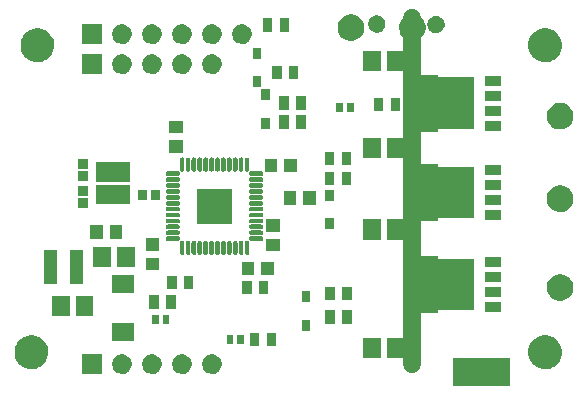
<source format=gts>
%TF.GenerationSoftware,KiCad,Pcbnew,4.0.6-e0-6349~53~ubuntu16.04.1*%
%TF.CreationDate,2017-03-20T22:22:26+02:00*%
%TF.ProjectId,BLDC_controller,424C44435F636F6E74726F6C6C65722E,1.0*%
%TF.FileFunction,Soldermask,Top*%
%FSLAX46Y46*%
G04 Gerber Fmt 4.6, Leading zero omitted, Abs format (unit mm)*
G04 Created by KiCad (PCBNEW 4.0.6-e0-6349~53~ubuntu16.04.1) date Mon Mar 20 22:22:26 2017*
%MOMM*%
%LPD*%
G01*
G04 APERTURE LIST*
%ADD10C,0.100000*%
%ADD11C,1.500000*%
G04 APERTURE END LIST*
D10*
D11*
X170950000Y-81700000D02*
X170950000Y-111000000D01*
D10*
G36*
X179300000Y-112850000D02*
X174400000Y-112850000D01*
X174400000Y-110450000D01*
X179300000Y-110450000D01*
X179300000Y-112850000D01*
X179300000Y-112850000D01*
G37*
G36*
X146496653Y-110175547D02*
X146655143Y-110208081D01*
X146804290Y-110270776D01*
X146938422Y-110361249D01*
X147052425Y-110476051D01*
X147141957Y-110610809D01*
X147203612Y-110760394D01*
X147234970Y-110918761D01*
X147234970Y-110918771D01*
X147235036Y-110919105D01*
X147232455Y-111103900D01*
X147232379Y-111104234D01*
X147232379Y-111104243D01*
X147196614Y-111261670D01*
X147130804Y-111409479D01*
X147037544Y-111541684D01*
X146920383Y-111653254D01*
X146783776Y-111739948D01*
X146632931Y-111798457D01*
X146473600Y-111826551D01*
X146311845Y-111823163D01*
X146153825Y-111788420D01*
X146005566Y-111723647D01*
X145872713Y-111631312D01*
X145760321Y-111514927D01*
X145672679Y-111378932D01*
X145613119Y-111228501D01*
X145583912Y-111069369D01*
X145586172Y-110907591D01*
X145619809Y-110749339D01*
X145683547Y-110600627D01*
X145774952Y-110467133D01*
X145890549Y-110353933D01*
X146025928Y-110265343D01*
X146175943Y-110204734D01*
X146334864Y-110174417D01*
X146496653Y-110175547D01*
X146496653Y-110175547D01*
G37*
G36*
X149036653Y-110175547D02*
X149195143Y-110208081D01*
X149344290Y-110270776D01*
X149478422Y-110361249D01*
X149592425Y-110476051D01*
X149681957Y-110610809D01*
X149743612Y-110760394D01*
X149774970Y-110918761D01*
X149774970Y-110918771D01*
X149775036Y-110919105D01*
X149772455Y-111103900D01*
X149772379Y-111104234D01*
X149772379Y-111104243D01*
X149736614Y-111261670D01*
X149670804Y-111409479D01*
X149577544Y-111541684D01*
X149460383Y-111653254D01*
X149323776Y-111739948D01*
X149172931Y-111798457D01*
X149013600Y-111826551D01*
X148851845Y-111823163D01*
X148693825Y-111788420D01*
X148545566Y-111723647D01*
X148412713Y-111631312D01*
X148300321Y-111514927D01*
X148212679Y-111378932D01*
X148153119Y-111228501D01*
X148123912Y-111069369D01*
X148126172Y-110907591D01*
X148159809Y-110749339D01*
X148223547Y-110600627D01*
X148314952Y-110467133D01*
X148430549Y-110353933D01*
X148565928Y-110265343D01*
X148715943Y-110204734D01*
X148874864Y-110174417D01*
X149036653Y-110175547D01*
X149036653Y-110175547D01*
G37*
G36*
X154116653Y-110175547D02*
X154275143Y-110208081D01*
X154424290Y-110270776D01*
X154558422Y-110361249D01*
X154672425Y-110476051D01*
X154761957Y-110610809D01*
X154823612Y-110760394D01*
X154854970Y-110918761D01*
X154854970Y-110918771D01*
X154855036Y-110919105D01*
X154852455Y-111103900D01*
X154852379Y-111104234D01*
X154852379Y-111104243D01*
X154816614Y-111261670D01*
X154750804Y-111409479D01*
X154657544Y-111541684D01*
X154540383Y-111653254D01*
X154403776Y-111739948D01*
X154252931Y-111798457D01*
X154093600Y-111826551D01*
X153931845Y-111823163D01*
X153773825Y-111788420D01*
X153625566Y-111723647D01*
X153492713Y-111631312D01*
X153380321Y-111514927D01*
X153292679Y-111378932D01*
X153233119Y-111228501D01*
X153203912Y-111069369D01*
X153206172Y-110907591D01*
X153239809Y-110749339D01*
X153303547Y-110600627D01*
X153394952Y-110467133D01*
X153510549Y-110353933D01*
X153645928Y-110265343D01*
X153795943Y-110204734D01*
X153954864Y-110174417D01*
X154116653Y-110175547D01*
X154116653Y-110175547D01*
G37*
G36*
X151576653Y-110175547D02*
X151735143Y-110208081D01*
X151884290Y-110270776D01*
X152018422Y-110361249D01*
X152132425Y-110476051D01*
X152221957Y-110610809D01*
X152283612Y-110760394D01*
X152314970Y-110918761D01*
X152314970Y-110918771D01*
X152315036Y-110919105D01*
X152312455Y-111103900D01*
X152312379Y-111104234D01*
X152312379Y-111104243D01*
X152276614Y-111261670D01*
X152210804Y-111409479D01*
X152117544Y-111541684D01*
X152000383Y-111653254D01*
X151863776Y-111739948D01*
X151712931Y-111798457D01*
X151553600Y-111826551D01*
X151391845Y-111823163D01*
X151233825Y-111788420D01*
X151085566Y-111723647D01*
X150952713Y-111631312D01*
X150840321Y-111514927D01*
X150752679Y-111378932D01*
X150693119Y-111228501D01*
X150663912Y-111069369D01*
X150666172Y-110907591D01*
X150699809Y-110749339D01*
X150763547Y-110600627D01*
X150854952Y-110467133D01*
X150970549Y-110353933D01*
X151105928Y-110265343D01*
X151255943Y-110204734D01*
X151414864Y-110174417D01*
X151576653Y-110175547D01*
X151576653Y-110175547D01*
G37*
G36*
X144695000Y-111825000D02*
X143045000Y-111825000D01*
X143045000Y-110175000D01*
X144695000Y-110175000D01*
X144695000Y-111825000D01*
X144695000Y-111825000D01*
G37*
G36*
X138899674Y-108575947D02*
X139173426Y-108632140D01*
X139431045Y-108740433D01*
X139662727Y-108896704D01*
X139859641Y-109094999D01*
X140014290Y-109327764D01*
X140120783Y-109586134D01*
X140174996Y-109859928D01*
X140174996Y-109859943D01*
X140175061Y-109860272D01*
X140170604Y-110179464D01*
X140170528Y-110179798D01*
X140170528Y-110179807D01*
X140108694Y-110451975D01*
X139995025Y-110707278D01*
X139833939Y-110935633D01*
X139631567Y-111128348D01*
X139395612Y-111278091D01*
X139135064Y-111379151D01*
X138859854Y-111427677D01*
X138580459Y-111421825D01*
X138307516Y-111361814D01*
X138051435Y-111249935D01*
X137821960Y-111090446D01*
X137627830Y-110889419D01*
X137476448Y-110654518D01*
X137373572Y-110394684D01*
X137323124Y-110119819D01*
X137327026Y-109840386D01*
X137385128Y-109567040D01*
X137495219Y-109310176D01*
X137653101Y-109079595D01*
X137852768Y-108884067D01*
X138086605Y-108731048D01*
X138345718Y-108626360D01*
X138620222Y-108573996D01*
X138899674Y-108575947D01*
X138899674Y-108575947D01*
G37*
G36*
X182399674Y-108575947D02*
X182673426Y-108632140D01*
X182931045Y-108740433D01*
X183162727Y-108896704D01*
X183359641Y-109094999D01*
X183514290Y-109327764D01*
X183620783Y-109586134D01*
X183674996Y-109859928D01*
X183674996Y-109859943D01*
X183675061Y-109860272D01*
X183670604Y-110179464D01*
X183670528Y-110179798D01*
X183670528Y-110179807D01*
X183608694Y-110451975D01*
X183495025Y-110707278D01*
X183333939Y-110935633D01*
X183131567Y-111128348D01*
X182895612Y-111278091D01*
X182635064Y-111379151D01*
X182359854Y-111427677D01*
X182080459Y-111421825D01*
X181807516Y-111361814D01*
X181551435Y-111249935D01*
X181321960Y-111090446D01*
X181127830Y-110889419D01*
X180976448Y-110654518D01*
X180873572Y-110394684D01*
X180823124Y-110119819D01*
X180827026Y-109840386D01*
X180885128Y-109567040D01*
X180995219Y-109310176D01*
X181153101Y-109079595D01*
X181352768Y-108884067D01*
X181586605Y-108731048D01*
X181845718Y-108626360D01*
X182120222Y-108573996D01*
X182399674Y-108575947D01*
X182399674Y-108575947D01*
G37*
G36*
X170350000Y-110450000D02*
X168850000Y-110450000D01*
X168850000Y-108750000D01*
X170350000Y-108750000D01*
X170350000Y-110450000D01*
X170350000Y-110450000D01*
G37*
G36*
X168350000Y-110450000D02*
X166850000Y-110450000D01*
X166850000Y-108750000D01*
X168350000Y-108750000D01*
X168350000Y-110450000D01*
X168350000Y-110450000D01*
G37*
G36*
X158040000Y-109470000D02*
X157240000Y-109470000D01*
X157240000Y-108330000D01*
X158040000Y-108330000D01*
X158040000Y-109470000D01*
X158040000Y-109470000D01*
G37*
G36*
X159460000Y-109470000D02*
X158660000Y-109470000D01*
X158660000Y-108330000D01*
X159460000Y-108330000D01*
X159460000Y-109470000D01*
X159460000Y-109470000D01*
G37*
G36*
X155825000Y-109275000D02*
X155275000Y-109275000D01*
X155275000Y-108525000D01*
X155825000Y-108525000D01*
X155825000Y-109275000D01*
X155825000Y-109275000D01*
G37*
G36*
X156725000Y-109275000D02*
X156175000Y-109275000D01*
X156175000Y-108525000D01*
X156725000Y-108525000D01*
X156725000Y-109275000D01*
X156725000Y-109275000D01*
G37*
G36*
X147395000Y-109040000D02*
X145605000Y-109040000D01*
X145605000Y-107490000D01*
X147395000Y-107490000D01*
X147395000Y-109040000D01*
X147395000Y-109040000D01*
G37*
G36*
X162375000Y-108180000D02*
X161625000Y-108180000D01*
X161625000Y-107230000D01*
X162375000Y-107230000D01*
X162375000Y-108180000D01*
X162375000Y-108180000D01*
G37*
G36*
X149525000Y-107625000D02*
X148975000Y-107625000D01*
X148975000Y-106875000D01*
X149525000Y-106875000D01*
X149525000Y-107625000D01*
X149525000Y-107625000D01*
G37*
G36*
X150425000Y-107625000D02*
X149875000Y-107625000D01*
X149875000Y-106875000D01*
X150425000Y-106875000D01*
X150425000Y-107625000D01*
X150425000Y-107625000D01*
G37*
G36*
X165860000Y-107575000D02*
X165060000Y-107575000D01*
X165060000Y-106435000D01*
X165860000Y-106435000D01*
X165860000Y-107575000D01*
X165860000Y-107575000D01*
G37*
G36*
X164440000Y-107575000D02*
X163640000Y-107575000D01*
X163640000Y-106435000D01*
X164440000Y-106435000D01*
X164440000Y-107575000D01*
X164440000Y-107575000D01*
G37*
G36*
X144000000Y-106950000D02*
X142500000Y-106950000D01*
X142500000Y-105250000D01*
X144000000Y-105250000D01*
X144000000Y-106950000D01*
X144000000Y-106950000D01*
G37*
G36*
X142000000Y-106950000D02*
X140500000Y-106950000D01*
X140500000Y-105250000D01*
X142000000Y-105250000D01*
X142000000Y-106950000D01*
X142000000Y-106950000D01*
G37*
G36*
X173155000Y-102030050D02*
X173156978Y-102043966D01*
X173162754Y-102056780D01*
X173171871Y-102067477D01*
X173183607Y-102075211D01*
X173197034Y-102079369D01*
X173204950Y-102080000D01*
X176205000Y-102080000D01*
X176205000Y-106430000D01*
X173204950Y-106430000D01*
X173191034Y-106431978D01*
X173178220Y-106437754D01*
X173167523Y-106446871D01*
X173159789Y-106458607D01*
X173155631Y-106472034D01*
X173155000Y-106479950D01*
X173155000Y-106680000D01*
X171505000Y-106680000D01*
X171505000Y-101830000D01*
X173155000Y-101830000D01*
X173155000Y-102030050D01*
X173155000Y-102030050D01*
G37*
G36*
X178475000Y-106585000D02*
X177175000Y-106585000D01*
X177175000Y-105735000D01*
X178475000Y-105735000D01*
X178475000Y-106585000D01*
X178475000Y-106585000D01*
G37*
G36*
X150960000Y-106320000D02*
X150160000Y-106320000D01*
X150160000Y-105180000D01*
X150960000Y-105180000D01*
X150960000Y-106320000D01*
X150960000Y-106320000D01*
G37*
G36*
X149540000Y-106320000D02*
X148740000Y-106320000D01*
X148740000Y-105180000D01*
X149540000Y-105180000D01*
X149540000Y-106320000D01*
X149540000Y-106320000D01*
G37*
G36*
X162375000Y-105780000D02*
X161625000Y-105780000D01*
X161625000Y-104830000D01*
X162375000Y-104830000D01*
X162375000Y-105780000D01*
X162375000Y-105780000D01*
G37*
G36*
X183618164Y-103375748D02*
X183834284Y-103420111D01*
X184037668Y-103505605D01*
X184220571Y-103628975D01*
X184376035Y-103785528D01*
X184498124Y-103969287D01*
X184582197Y-104173263D01*
X184624982Y-104389344D01*
X184624982Y-104389354D01*
X184625048Y-104389688D01*
X184621529Y-104641682D01*
X184621453Y-104642016D01*
X184621453Y-104642025D01*
X184572652Y-104856824D01*
X184482916Y-105058376D01*
X184355741Y-105238658D01*
X184195974Y-105390801D01*
X184009694Y-105509019D01*
X183803997Y-105588803D01*
X183586727Y-105627113D01*
X183366152Y-105622494D01*
X183150672Y-105575117D01*
X182948500Y-105486790D01*
X182767337Y-105360879D01*
X182614076Y-105202173D01*
X182494564Y-105016725D01*
X182413346Y-104811592D01*
X182373519Y-104594594D01*
X182376600Y-104373989D01*
X182422469Y-104158190D01*
X182509383Y-103955406D01*
X182634030Y-103773361D01*
X182791659Y-103619000D01*
X182976266Y-103498196D01*
X183180831Y-103415547D01*
X183397543Y-103374207D01*
X183618164Y-103375748D01*
X183618164Y-103375748D01*
G37*
G36*
X165860000Y-105575000D02*
X165060000Y-105575000D01*
X165060000Y-104435000D01*
X165860000Y-104435000D01*
X165860000Y-105575000D01*
X165860000Y-105575000D01*
G37*
G36*
X164440000Y-105575000D02*
X163640000Y-105575000D01*
X163640000Y-104435000D01*
X164440000Y-104435000D01*
X164440000Y-105575000D01*
X164440000Y-105575000D01*
G37*
G36*
X178475000Y-105315000D02*
X177175000Y-105315000D01*
X177175000Y-104465000D01*
X178475000Y-104465000D01*
X178475000Y-105315000D01*
X178475000Y-105315000D01*
G37*
G36*
X157390000Y-105070000D02*
X156590000Y-105070000D01*
X156590000Y-103930000D01*
X157390000Y-103930000D01*
X157390000Y-105070000D01*
X157390000Y-105070000D01*
G37*
G36*
X158810000Y-105070000D02*
X158010000Y-105070000D01*
X158010000Y-103930000D01*
X158810000Y-103930000D01*
X158810000Y-105070000D01*
X158810000Y-105070000D01*
G37*
G36*
X147395000Y-105010000D02*
X145605000Y-105010000D01*
X145605000Y-103460000D01*
X147395000Y-103460000D01*
X147395000Y-105010000D01*
X147395000Y-105010000D01*
G37*
G36*
X152460000Y-104670000D02*
X151660000Y-104670000D01*
X151660000Y-103530000D01*
X152460000Y-103530000D01*
X152460000Y-104670000D01*
X152460000Y-104670000D01*
G37*
G36*
X151040000Y-104670000D02*
X150240000Y-104670000D01*
X150240000Y-103530000D01*
X151040000Y-103530000D01*
X151040000Y-104670000D01*
X151040000Y-104670000D01*
G37*
G36*
X143125000Y-104175000D02*
X141975000Y-104175000D01*
X141975000Y-101325000D01*
X143125000Y-101325000D01*
X143125000Y-104175000D01*
X143125000Y-104175000D01*
G37*
G36*
X140925000Y-104175000D02*
X139775000Y-104175000D01*
X139775000Y-101325000D01*
X140925000Y-101325000D01*
X140925000Y-104175000D01*
X140925000Y-104175000D01*
G37*
G36*
X178475000Y-104045000D02*
X177175000Y-104045000D01*
X177175000Y-103195000D01*
X178475000Y-103195000D01*
X178475000Y-104045000D01*
X178475000Y-104045000D01*
G37*
G36*
X157595000Y-103475000D02*
X156545000Y-103475000D01*
X156545000Y-102325000D01*
X157595000Y-102325000D01*
X157595000Y-103475000D01*
X157595000Y-103475000D01*
G37*
G36*
X159255000Y-103475000D02*
X158205000Y-103475000D01*
X158205000Y-102325000D01*
X159255000Y-102325000D01*
X159255000Y-103475000D01*
X159255000Y-103475000D01*
G37*
G36*
X149575000Y-103055000D02*
X148425000Y-103055000D01*
X148425000Y-102005000D01*
X149575000Y-102005000D01*
X149575000Y-103055000D01*
X149575000Y-103055000D01*
G37*
G36*
X178475000Y-102775000D02*
X177175000Y-102775000D01*
X177175000Y-101925000D01*
X178475000Y-101925000D01*
X178475000Y-102775000D01*
X178475000Y-102775000D01*
G37*
G36*
X147500000Y-102750000D02*
X146000000Y-102750000D01*
X146000000Y-101050000D01*
X147500000Y-101050000D01*
X147500000Y-102750000D01*
X147500000Y-102750000D01*
G37*
G36*
X145500000Y-102750000D02*
X144000000Y-102750000D01*
X144000000Y-101050000D01*
X145500000Y-101050000D01*
X145500000Y-102750000D01*
X145500000Y-102750000D01*
G37*
G36*
X154040167Y-100551174D02*
X154040181Y-100551178D01*
X154040216Y-100551182D01*
X154077503Y-100562724D01*
X154111839Y-100581289D01*
X154141914Y-100606170D01*
X154166584Y-100636419D01*
X154184909Y-100670883D01*
X154196191Y-100708250D01*
X154200000Y-100747097D01*
X154200000Y-101552903D01*
X154199981Y-101555695D01*
X154195630Y-101594485D01*
X154183827Y-101631691D01*
X154165023Y-101665896D01*
X154139933Y-101695798D01*
X154109513Y-101720256D01*
X154074921Y-101738340D01*
X154037476Y-101749360D01*
X154037446Y-101749363D01*
X154037428Y-101749368D01*
X153998606Y-101752901D01*
X153959833Y-101748826D01*
X153959819Y-101748822D01*
X153959784Y-101748818D01*
X153922497Y-101737276D01*
X153888161Y-101718711D01*
X153858086Y-101693830D01*
X153833416Y-101663581D01*
X153815091Y-101629117D01*
X153803809Y-101591750D01*
X153800000Y-101552903D01*
X153800000Y-100747097D01*
X153800019Y-100744305D01*
X153804370Y-100705515D01*
X153816173Y-100668309D01*
X153834977Y-100634104D01*
X153860067Y-100604202D01*
X153890487Y-100579744D01*
X153925079Y-100561660D01*
X153962524Y-100550640D01*
X153962554Y-100550637D01*
X153962572Y-100550632D01*
X154001394Y-100547099D01*
X154040167Y-100551174D01*
X154040167Y-100551174D01*
G37*
G36*
X157040167Y-100551174D02*
X157040181Y-100551178D01*
X157040216Y-100551182D01*
X157077503Y-100562724D01*
X157111839Y-100581289D01*
X157141914Y-100606170D01*
X157166584Y-100636419D01*
X157184909Y-100670883D01*
X157196191Y-100708250D01*
X157200000Y-100747097D01*
X157200000Y-101552903D01*
X157199981Y-101555695D01*
X157195630Y-101594485D01*
X157183827Y-101631691D01*
X157165023Y-101665896D01*
X157139933Y-101695798D01*
X157109513Y-101720256D01*
X157074921Y-101738340D01*
X157037476Y-101749360D01*
X157037446Y-101749363D01*
X157037428Y-101749368D01*
X156998606Y-101752901D01*
X156959833Y-101748826D01*
X156959819Y-101748822D01*
X156959784Y-101748818D01*
X156922497Y-101737276D01*
X156888161Y-101718711D01*
X156858086Y-101693830D01*
X156833416Y-101663581D01*
X156815091Y-101629117D01*
X156803809Y-101591750D01*
X156800000Y-101552903D01*
X156800000Y-100747097D01*
X156800019Y-100744305D01*
X156804370Y-100705515D01*
X156816173Y-100668309D01*
X156834977Y-100634104D01*
X156860067Y-100604202D01*
X156890487Y-100579744D01*
X156925079Y-100561660D01*
X156962524Y-100550640D01*
X156962554Y-100550637D01*
X156962572Y-100550632D01*
X157001394Y-100547099D01*
X157040167Y-100551174D01*
X157040167Y-100551174D01*
G37*
G36*
X156040167Y-100551174D02*
X156040181Y-100551178D01*
X156040216Y-100551182D01*
X156077503Y-100562724D01*
X156111839Y-100581289D01*
X156141914Y-100606170D01*
X156166584Y-100636419D01*
X156184909Y-100670883D01*
X156196191Y-100708250D01*
X156200000Y-100747097D01*
X156200000Y-101552903D01*
X156199981Y-101555695D01*
X156195630Y-101594485D01*
X156183827Y-101631691D01*
X156165023Y-101665896D01*
X156139933Y-101695798D01*
X156109513Y-101720256D01*
X156074921Y-101738340D01*
X156037476Y-101749360D01*
X156037446Y-101749363D01*
X156037428Y-101749368D01*
X155998606Y-101752901D01*
X155959833Y-101748826D01*
X155959819Y-101748822D01*
X155959784Y-101748818D01*
X155922497Y-101737276D01*
X155888161Y-101718711D01*
X155858086Y-101693830D01*
X155833416Y-101663581D01*
X155815091Y-101629117D01*
X155803809Y-101591750D01*
X155800000Y-101552903D01*
X155800000Y-100747097D01*
X155800019Y-100744305D01*
X155804370Y-100705515D01*
X155816173Y-100668309D01*
X155834977Y-100634104D01*
X155860067Y-100604202D01*
X155890487Y-100579744D01*
X155925079Y-100561660D01*
X155962524Y-100550640D01*
X155962554Y-100550637D01*
X155962572Y-100550632D01*
X156001394Y-100547099D01*
X156040167Y-100551174D01*
X156040167Y-100551174D01*
G37*
G36*
X155540167Y-100551174D02*
X155540181Y-100551178D01*
X155540216Y-100551182D01*
X155577503Y-100562724D01*
X155611839Y-100581289D01*
X155641914Y-100606170D01*
X155666584Y-100636419D01*
X155684909Y-100670883D01*
X155696191Y-100708250D01*
X155700000Y-100747097D01*
X155700000Y-101552903D01*
X155699981Y-101555695D01*
X155695630Y-101594485D01*
X155683827Y-101631691D01*
X155665023Y-101665896D01*
X155639933Y-101695798D01*
X155609513Y-101720256D01*
X155574921Y-101738340D01*
X155537476Y-101749360D01*
X155537446Y-101749363D01*
X155537428Y-101749368D01*
X155498606Y-101752901D01*
X155459833Y-101748826D01*
X155459819Y-101748822D01*
X155459784Y-101748818D01*
X155422497Y-101737276D01*
X155388161Y-101718711D01*
X155358086Y-101693830D01*
X155333416Y-101663581D01*
X155315091Y-101629117D01*
X155303809Y-101591750D01*
X155300000Y-101552903D01*
X155300000Y-100747097D01*
X155300019Y-100744305D01*
X155304370Y-100705515D01*
X155316173Y-100668309D01*
X155334977Y-100634104D01*
X155360067Y-100604202D01*
X155390487Y-100579744D01*
X155425079Y-100561660D01*
X155462524Y-100550640D01*
X155462554Y-100550637D01*
X155462572Y-100550632D01*
X155501394Y-100547099D01*
X155540167Y-100551174D01*
X155540167Y-100551174D01*
G37*
G36*
X155040167Y-100551174D02*
X155040181Y-100551178D01*
X155040216Y-100551182D01*
X155077503Y-100562724D01*
X155111839Y-100581289D01*
X155141914Y-100606170D01*
X155166584Y-100636419D01*
X155184909Y-100670883D01*
X155196191Y-100708250D01*
X155200000Y-100747097D01*
X155200000Y-101552903D01*
X155199981Y-101555695D01*
X155195630Y-101594485D01*
X155183827Y-101631691D01*
X155165023Y-101665896D01*
X155139933Y-101695798D01*
X155109513Y-101720256D01*
X155074921Y-101738340D01*
X155037476Y-101749360D01*
X155037446Y-101749363D01*
X155037428Y-101749368D01*
X154998606Y-101752901D01*
X154959833Y-101748826D01*
X154959819Y-101748822D01*
X154959784Y-101748818D01*
X154922497Y-101737276D01*
X154888161Y-101718711D01*
X154858086Y-101693830D01*
X154833416Y-101663581D01*
X154815091Y-101629117D01*
X154803809Y-101591750D01*
X154800000Y-101552903D01*
X154800000Y-100747097D01*
X154800019Y-100744305D01*
X154804370Y-100705515D01*
X154816173Y-100668309D01*
X154834977Y-100634104D01*
X154860067Y-100604202D01*
X154890487Y-100579744D01*
X154925079Y-100561660D01*
X154962524Y-100550640D01*
X154962554Y-100550637D01*
X154962572Y-100550632D01*
X155001394Y-100547099D01*
X155040167Y-100551174D01*
X155040167Y-100551174D01*
G37*
G36*
X154540167Y-100551174D02*
X154540181Y-100551178D01*
X154540216Y-100551182D01*
X154577503Y-100562724D01*
X154611839Y-100581289D01*
X154641914Y-100606170D01*
X154666584Y-100636419D01*
X154684909Y-100670883D01*
X154696191Y-100708250D01*
X154700000Y-100747097D01*
X154700000Y-101552903D01*
X154699981Y-101555695D01*
X154695630Y-101594485D01*
X154683827Y-101631691D01*
X154665023Y-101665896D01*
X154639933Y-101695798D01*
X154609513Y-101720256D01*
X154574921Y-101738340D01*
X154537476Y-101749360D01*
X154537446Y-101749363D01*
X154537428Y-101749368D01*
X154498606Y-101752901D01*
X154459833Y-101748826D01*
X154459819Y-101748822D01*
X154459784Y-101748818D01*
X154422497Y-101737276D01*
X154388161Y-101718711D01*
X154358086Y-101693830D01*
X154333416Y-101663581D01*
X154315091Y-101629117D01*
X154303809Y-101591750D01*
X154300000Y-101552903D01*
X154300000Y-100747097D01*
X154300019Y-100744305D01*
X154304370Y-100705515D01*
X154316173Y-100668309D01*
X154334977Y-100634104D01*
X154360067Y-100604202D01*
X154390487Y-100579744D01*
X154425079Y-100561660D01*
X154462524Y-100550640D01*
X154462554Y-100550637D01*
X154462572Y-100550632D01*
X154501394Y-100547099D01*
X154540167Y-100551174D01*
X154540167Y-100551174D01*
G37*
G36*
X156540167Y-100551174D02*
X156540181Y-100551178D01*
X156540216Y-100551182D01*
X156577503Y-100562724D01*
X156611839Y-100581289D01*
X156641914Y-100606170D01*
X156666584Y-100636419D01*
X156684909Y-100670883D01*
X156696191Y-100708250D01*
X156700000Y-100747097D01*
X156700000Y-101552903D01*
X156699981Y-101555695D01*
X156695630Y-101594485D01*
X156683827Y-101631691D01*
X156665023Y-101665896D01*
X156639933Y-101695798D01*
X156609513Y-101720256D01*
X156574921Y-101738340D01*
X156537476Y-101749360D01*
X156537446Y-101749363D01*
X156537428Y-101749368D01*
X156498606Y-101752901D01*
X156459833Y-101748826D01*
X156459819Y-101748822D01*
X156459784Y-101748818D01*
X156422497Y-101737276D01*
X156388161Y-101718711D01*
X156358086Y-101693830D01*
X156333416Y-101663581D01*
X156315091Y-101629117D01*
X156303809Y-101591750D01*
X156300000Y-101552903D01*
X156300000Y-100747097D01*
X156300019Y-100744305D01*
X156304370Y-100705515D01*
X156316173Y-100668309D01*
X156334977Y-100634104D01*
X156360067Y-100604202D01*
X156390487Y-100579744D01*
X156425079Y-100561660D01*
X156462524Y-100550640D01*
X156462554Y-100550637D01*
X156462572Y-100550632D01*
X156501394Y-100547099D01*
X156540167Y-100551174D01*
X156540167Y-100551174D01*
G37*
G36*
X153540167Y-100551174D02*
X153540181Y-100551178D01*
X153540216Y-100551182D01*
X153577503Y-100562724D01*
X153611839Y-100581289D01*
X153641914Y-100606170D01*
X153666584Y-100636419D01*
X153684909Y-100670883D01*
X153696191Y-100708250D01*
X153700000Y-100747097D01*
X153700000Y-101552903D01*
X153699981Y-101555695D01*
X153695630Y-101594485D01*
X153683827Y-101631691D01*
X153665023Y-101665896D01*
X153639933Y-101695798D01*
X153609513Y-101720256D01*
X153574921Y-101738340D01*
X153537476Y-101749360D01*
X153537446Y-101749363D01*
X153537428Y-101749368D01*
X153498606Y-101752901D01*
X153459833Y-101748826D01*
X153459819Y-101748822D01*
X153459784Y-101748818D01*
X153422497Y-101737276D01*
X153388161Y-101718711D01*
X153358086Y-101693830D01*
X153333416Y-101663581D01*
X153315091Y-101629117D01*
X153303809Y-101591750D01*
X153300000Y-101552903D01*
X153300000Y-100747097D01*
X153300019Y-100744305D01*
X153304370Y-100705515D01*
X153316173Y-100668309D01*
X153334977Y-100634104D01*
X153360067Y-100604202D01*
X153390487Y-100579744D01*
X153425079Y-100561660D01*
X153462524Y-100550640D01*
X153462554Y-100550637D01*
X153462572Y-100550632D01*
X153501394Y-100547099D01*
X153540167Y-100551174D01*
X153540167Y-100551174D01*
G37*
G36*
X153040167Y-100551174D02*
X153040181Y-100551178D01*
X153040216Y-100551182D01*
X153077503Y-100562724D01*
X153111839Y-100581289D01*
X153141914Y-100606170D01*
X153166584Y-100636419D01*
X153184909Y-100670883D01*
X153196191Y-100708250D01*
X153200000Y-100747097D01*
X153200000Y-101552903D01*
X153199981Y-101555695D01*
X153195630Y-101594485D01*
X153183827Y-101631691D01*
X153165023Y-101665896D01*
X153139933Y-101695798D01*
X153109513Y-101720256D01*
X153074921Y-101738340D01*
X153037476Y-101749360D01*
X153037446Y-101749363D01*
X153037428Y-101749368D01*
X152998606Y-101752901D01*
X152959833Y-101748826D01*
X152959819Y-101748822D01*
X152959784Y-101748818D01*
X152922497Y-101737276D01*
X152888161Y-101718711D01*
X152858086Y-101693830D01*
X152833416Y-101663581D01*
X152815091Y-101629117D01*
X152803809Y-101591750D01*
X152800000Y-101552903D01*
X152800000Y-100747097D01*
X152800019Y-100744305D01*
X152804370Y-100705515D01*
X152816173Y-100668309D01*
X152834977Y-100634104D01*
X152860067Y-100604202D01*
X152890487Y-100579744D01*
X152925079Y-100561660D01*
X152962524Y-100550640D01*
X152962554Y-100550637D01*
X152962572Y-100550632D01*
X153001394Y-100547099D01*
X153040167Y-100551174D01*
X153040167Y-100551174D01*
G37*
G36*
X152540167Y-100551174D02*
X152540181Y-100551178D01*
X152540216Y-100551182D01*
X152577503Y-100562724D01*
X152611839Y-100581289D01*
X152641914Y-100606170D01*
X152666584Y-100636419D01*
X152684909Y-100670883D01*
X152696191Y-100708250D01*
X152700000Y-100747097D01*
X152700000Y-101552903D01*
X152699981Y-101555695D01*
X152695630Y-101594485D01*
X152683827Y-101631691D01*
X152665023Y-101665896D01*
X152639933Y-101695798D01*
X152609513Y-101720256D01*
X152574921Y-101738340D01*
X152537476Y-101749360D01*
X152537446Y-101749363D01*
X152537428Y-101749368D01*
X152498606Y-101752901D01*
X152459833Y-101748826D01*
X152459819Y-101748822D01*
X152459784Y-101748818D01*
X152422497Y-101737276D01*
X152388161Y-101718711D01*
X152358086Y-101693830D01*
X152333416Y-101663581D01*
X152315091Y-101629117D01*
X152303809Y-101591750D01*
X152300000Y-101552903D01*
X152300000Y-100747097D01*
X152300019Y-100744305D01*
X152304370Y-100705515D01*
X152316173Y-100668309D01*
X152334977Y-100634104D01*
X152360067Y-100604202D01*
X152390487Y-100579744D01*
X152425079Y-100561660D01*
X152462524Y-100550640D01*
X152462554Y-100550637D01*
X152462572Y-100550632D01*
X152501394Y-100547099D01*
X152540167Y-100551174D01*
X152540167Y-100551174D01*
G37*
G36*
X152040167Y-100551174D02*
X152040181Y-100551178D01*
X152040216Y-100551182D01*
X152077503Y-100562724D01*
X152111839Y-100581289D01*
X152141914Y-100606170D01*
X152166584Y-100636419D01*
X152184909Y-100670883D01*
X152196191Y-100708250D01*
X152200000Y-100747097D01*
X152200000Y-101552903D01*
X152199981Y-101555695D01*
X152195630Y-101594485D01*
X152183827Y-101631691D01*
X152165023Y-101665896D01*
X152139933Y-101695798D01*
X152109513Y-101720256D01*
X152074921Y-101738340D01*
X152037476Y-101749360D01*
X152037446Y-101749363D01*
X152037428Y-101749368D01*
X151998606Y-101752901D01*
X151959833Y-101748826D01*
X151959819Y-101748822D01*
X151959784Y-101748818D01*
X151922497Y-101737276D01*
X151888161Y-101718711D01*
X151858086Y-101693830D01*
X151833416Y-101663581D01*
X151815091Y-101629117D01*
X151803809Y-101591750D01*
X151800000Y-101552903D01*
X151800000Y-100747097D01*
X151800019Y-100744305D01*
X151804370Y-100705515D01*
X151816173Y-100668309D01*
X151834977Y-100634104D01*
X151860067Y-100604202D01*
X151890487Y-100579744D01*
X151925079Y-100561660D01*
X151962524Y-100550640D01*
X151962554Y-100550637D01*
X151962572Y-100550632D01*
X152001394Y-100547099D01*
X152040167Y-100551174D01*
X152040167Y-100551174D01*
G37*
G36*
X151540167Y-100551174D02*
X151540181Y-100551178D01*
X151540216Y-100551182D01*
X151577503Y-100562724D01*
X151611839Y-100581289D01*
X151641914Y-100606170D01*
X151666584Y-100636419D01*
X151684909Y-100670883D01*
X151696191Y-100708250D01*
X151700000Y-100747097D01*
X151700000Y-101552903D01*
X151699981Y-101555695D01*
X151695630Y-101594485D01*
X151683827Y-101631691D01*
X151665023Y-101665896D01*
X151639933Y-101695798D01*
X151609513Y-101720256D01*
X151574921Y-101738340D01*
X151537476Y-101749360D01*
X151537446Y-101749363D01*
X151537428Y-101749368D01*
X151498606Y-101752901D01*
X151459833Y-101748826D01*
X151459819Y-101748822D01*
X151459784Y-101748818D01*
X151422497Y-101737276D01*
X151388161Y-101718711D01*
X151358086Y-101693830D01*
X151333416Y-101663581D01*
X151315091Y-101629117D01*
X151303809Y-101591750D01*
X151300000Y-101552903D01*
X151300000Y-100747097D01*
X151300019Y-100744305D01*
X151304370Y-100705515D01*
X151316173Y-100668309D01*
X151334977Y-100634104D01*
X151360067Y-100604202D01*
X151390487Y-100579744D01*
X151425079Y-100561660D01*
X151462524Y-100550640D01*
X151462554Y-100550637D01*
X151462572Y-100550632D01*
X151501394Y-100547099D01*
X151540167Y-100551174D01*
X151540167Y-100551174D01*
G37*
G36*
X159775000Y-101455000D02*
X158625000Y-101455000D01*
X158625000Y-100405000D01*
X159775000Y-100405000D01*
X159775000Y-101455000D01*
X159775000Y-101455000D01*
G37*
G36*
X149575000Y-101395000D02*
X148425000Y-101395000D01*
X148425000Y-100345000D01*
X149575000Y-100345000D01*
X149575000Y-101395000D01*
X149575000Y-101395000D01*
G37*
G36*
X151128670Y-100175005D02*
X151128672Y-100175005D01*
X151130695Y-100175019D01*
X151169485Y-100179370D01*
X151206691Y-100191173D01*
X151240896Y-100209977D01*
X151270798Y-100235067D01*
X151295256Y-100265487D01*
X151313340Y-100300079D01*
X151324360Y-100337524D01*
X151324363Y-100337554D01*
X151324368Y-100337572D01*
X151327901Y-100376394D01*
X151323826Y-100415167D01*
X151323822Y-100415181D01*
X151323818Y-100415216D01*
X151312276Y-100452503D01*
X151293711Y-100486839D01*
X151268830Y-100516914D01*
X151238581Y-100541584D01*
X151204117Y-100559909D01*
X151166750Y-100571191D01*
X151127903Y-100575000D01*
X150322053Y-100575000D01*
X150321330Y-100574995D01*
X150321328Y-100574995D01*
X150319305Y-100574981D01*
X150280515Y-100570630D01*
X150243309Y-100558827D01*
X150209104Y-100540023D01*
X150179202Y-100514933D01*
X150154744Y-100484513D01*
X150136660Y-100449921D01*
X150125640Y-100412476D01*
X150125637Y-100412446D01*
X150125632Y-100412428D01*
X150122099Y-100373606D01*
X150126174Y-100334833D01*
X150126178Y-100334819D01*
X150126182Y-100334784D01*
X150137724Y-100297497D01*
X150156289Y-100263161D01*
X150181170Y-100233086D01*
X150211419Y-100208416D01*
X150245883Y-100190091D01*
X150283250Y-100178809D01*
X150322097Y-100175000D01*
X151127947Y-100175000D01*
X151128670Y-100175005D01*
X151128670Y-100175005D01*
G37*
G36*
X158178670Y-100175005D02*
X158178672Y-100175005D01*
X158180695Y-100175019D01*
X158219485Y-100179370D01*
X158256691Y-100191173D01*
X158290896Y-100209977D01*
X158320798Y-100235067D01*
X158345256Y-100265487D01*
X158363340Y-100300079D01*
X158374360Y-100337524D01*
X158374363Y-100337554D01*
X158374368Y-100337572D01*
X158377901Y-100376394D01*
X158373826Y-100415167D01*
X158373822Y-100415181D01*
X158373818Y-100415216D01*
X158362276Y-100452503D01*
X158343711Y-100486839D01*
X158318830Y-100516914D01*
X158288581Y-100541584D01*
X158254117Y-100559909D01*
X158216750Y-100571191D01*
X158177903Y-100575000D01*
X157372053Y-100575000D01*
X157371330Y-100574995D01*
X157371328Y-100574995D01*
X157369305Y-100574981D01*
X157330515Y-100570630D01*
X157293309Y-100558827D01*
X157259104Y-100540023D01*
X157229202Y-100514933D01*
X157204744Y-100484513D01*
X157186660Y-100449921D01*
X157175640Y-100412476D01*
X157175637Y-100412446D01*
X157175632Y-100412428D01*
X157172099Y-100373606D01*
X157176174Y-100334833D01*
X157176178Y-100334819D01*
X157176182Y-100334784D01*
X157187724Y-100297497D01*
X157206289Y-100263161D01*
X157231170Y-100233086D01*
X157261419Y-100208416D01*
X157295883Y-100190091D01*
X157333250Y-100178809D01*
X157372097Y-100175000D01*
X158177947Y-100175000D01*
X158178670Y-100175005D01*
X158178670Y-100175005D01*
G37*
G36*
X170350000Y-100450000D02*
X168850000Y-100450000D01*
X168850000Y-98750000D01*
X170350000Y-98750000D01*
X170350000Y-100450000D01*
X170350000Y-100450000D01*
G37*
G36*
X168350000Y-100450000D02*
X166850000Y-100450000D01*
X166850000Y-98750000D01*
X168350000Y-98750000D01*
X168350000Y-100450000D01*
X168350000Y-100450000D01*
G37*
G36*
X146455000Y-100375000D02*
X145405000Y-100375000D01*
X145405000Y-99225000D01*
X146455000Y-99225000D01*
X146455000Y-100375000D01*
X146455000Y-100375000D01*
G37*
G36*
X144795000Y-100375000D02*
X143745000Y-100375000D01*
X143745000Y-99225000D01*
X144795000Y-99225000D01*
X144795000Y-100375000D01*
X144795000Y-100375000D01*
G37*
G36*
X158178670Y-99675005D02*
X158178672Y-99675005D01*
X158180695Y-99675019D01*
X158219485Y-99679370D01*
X158256691Y-99691173D01*
X158290896Y-99709977D01*
X158320798Y-99735067D01*
X158345256Y-99765487D01*
X158363340Y-99800079D01*
X158374360Y-99837524D01*
X158374363Y-99837554D01*
X158374368Y-99837572D01*
X158377901Y-99876394D01*
X158373826Y-99915167D01*
X158373822Y-99915181D01*
X158373818Y-99915216D01*
X158362276Y-99952503D01*
X158343711Y-99986839D01*
X158318830Y-100016914D01*
X158288581Y-100041584D01*
X158254117Y-100059909D01*
X158216750Y-100071191D01*
X158177903Y-100075000D01*
X157372053Y-100075000D01*
X157371330Y-100074995D01*
X157371328Y-100074995D01*
X157369305Y-100074981D01*
X157330515Y-100070630D01*
X157293309Y-100058827D01*
X157259104Y-100040023D01*
X157229202Y-100014933D01*
X157204744Y-99984513D01*
X157186660Y-99949921D01*
X157175640Y-99912476D01*
X157175637Y-99912446D01*
X157175632Y-99912428D01*
X157172099Y-99873606D01*
X157176174Y-99834833D01*
X157176178Y-99834819D01*
X157176182Y-99834784D01*
X157187724Y-99797497D01*
X157206289Y-99763161D01*
X157231170Y-99733086D01*
X157261419Y-99708416D01*
X157295883Y-99690091D01*
X157333250Y-99678809D01*
X157372097Y-99675000D01*
X158177947Y-99675000D01*
X158178670Y-99675005D01*
X158178670Y-99675005D01*
G37*
G36*
X151128670Y-99675005D02*
X151128672Y-99675005D01*
X151130695Y-99675019D01*
X151169485Y-99679370D01*
X151206691Y-99691173D01*
X151240896Y-99709977D01*
X151270798Y-99735067D01*
X151295256Y-99765487D01*
X151313340Y-99800079D01*
X151324360Y-99837524D01*
X151324363Y-99837554D01*
X151324368Y-99837572D01*
X151327901Y-99876394D01*
X151323826Y-99915167D01*
X151323822Y-99915181D01*
X151323818Y-99915216D01*
X151312276Y-99952503D01*
X151293711Y-99986839D01*
X151268830Y-100016914D01*
X151238581Y-100041584D01*
X151204117Y-100059909D01*
X151166750Y-100071191D01*
X151127903Y-100075000D01*
X150322053Y-100075000D01*
X150321330Y-100074995D01*
X150321328Y-100074995D01*
X150319305Y-100074981D01*
X150280515Y-100070630D01*
X150243309Y-100058827D01*
X150209104Y-100040023D01*
X150179202Y-100014933D01*
X150154744Y-99984513D01*
X150136660Y-99949921D01*
X150125640Y-99912476D01*
X150125637Y-99912446D01*
X150125632Y-99912428D01*
X150122099Y-99873606D01*
X150126174Y-99834833D01*
X150126178Y-99834819D01*
X150126182Y-99834784D01*
X150137724Y-99797497D01*
X150156289Y-99763161D01*
X150181170Y-99733086D01*
X150211419Y-99708416D01*
X150245883Y-99690091D01*
X150283250Y-99678809D01*
X150322097Y-99675000D01*
X151127947Y-99675000D01*
X151128670Y-99675005D01*
X151128670Y-99675005D01*
G37*
G36*
X159775000Y-99795000D02*
X158625000Y-99795000D01*
X158625000Y-98745000D01*
X159775000Y-98745000D01*
X159775000Y-99795000D01*
X159775000Y-99795000D01*
G37*
G36*
X164375000Y-99580000D02*
X163625000Y-99580000D01*
X163625000Y-98630000D01*
X164375000Y-98630000D01*
X164375000Y-99580000D01*
X164375000Y-99580000D01*
G37*
G36*
X158178670Y-99175005D02*
X158178672Y-99175005D01*
X158180695Y-99175019D01*
X158219485Y-99179370D01*
X158256691Y-99191173D01*
X158290896Y-99209977D01*
X158320798Y-99235067D01*
X158345256Y-99265487D01*
X158363340Y-99300079D01*
X158374360Y-99337524D01*
X158374363Y-99337554D01*
X158374368Y-99337572D01*
X158377901Y-99376394D01*
X158373826Y-99415167D01*
X158373822Y-99415181D01*
X158373818Y-99415216D01*
X158362276Y-99452503D01*
X158343711Y-99486839D01*
X158318830Y-99516914D01*
X158288581Y-99541584D01*
X158254117Y-99559909D01*
X158216750Y-99571191D01*
X158177903Y-99575000D01*
X157372053Y-99575000D01*
X157371330Y-99574995D01*
X157371328Y-99574995D01*
X157369305Y-99574981D01*
X157330515Y-99570630D01*
X157293309Y-99558827D01*
X157259104Y-99540023D01*
X157229202Y-99514933D01*
X157204744Y-99484513D01*
X157186660Y-99449921D01*
X157175640Y-99412476D01*
X157175637Y-99412446D01*
X157175632Y-99412428D01*
X157172099Y-99373606D01*
X157176174Y-99334833D01*
X157176178Y-99334819D01*
X157176182Y-99334784D01*
X157187724Y-99297497D01*
X157206289Y-99263161D01*
X157231170Y-99233086D01*
X157261419Y-99208416D01*
X157295883Y-99190091D01*
X157333250Y-99178809D01*
X157372097Y-99175000D01*
X158177947Y-99175000D01*
X158178670Y-99175005D01*
X158178670Y-99175005D01*
G37*
G36*
X151128670Y-99175005D02*
X151128672Y-99175005D01*
X151130695Y-99175019D01*
X151169485Y-99179370D01*
X151206691Y-99191173D01*
X151240896Y-99209977D01*
X151270798Y-99235067D01*
X151295256Y-99265487D01*
X151313340Y-99300079D01*
X151324360Y-99337524D01*
X151324363Y-99337554D01*
X151324368Y-99337572D01*
X151327901Y-99376394D01*
X151323826Y-99415167D01*
X151323822Y-99415181D01*
X151323818Y-99415216D01*
X151312276Y-99452503D01*
X151293711Y-99486839D01*
X151268830Y-99516914D01*
X151238581Y-99541584D01*
X151204117Y-99559909D01*
X151166750Y-99571191D01*
X151127903Y-99575000D01*
X150322053Y-99575000D01*
X150321330Y-99574995D01*
X150321328Y-99574995D01*
X150319305Y-99574981D01*
X150280515Y-99570630D01*
X150243309Y-99558827D01*
X150209104Y-99540023D01*
X150179202Y-99514933D01*
X150154744Y-99484513D01*
X150136660Y-99449921D01*
X150125640Y-99412476D01*
X150125637Y-99412446D01*
X150125632Y-99412428D01*
X150122099Y-99373606D01*
X150126174Y-99334833D01*
X150126178Y-99334819D01*
X150126182Y-99334784D01*
X150137724Y-99297497D01*
X150156289Y-99263161D01*
X150181170Y-99233086D01*
X150211419Y-99208416D01*
X150245883Y-99190091D01*
X150283250Y-99178809D01*
X150322097Y-99175000D01*
X151127947Y-99175000D01*
X151128670Y-99175005D01*
X151128670Y-99175005D01*
G37*
G36*
X155725000Y-99100000D02*
X152775000Y-99100000D01*
X152775000Y-96150000D01*
X155725000Y-96150000D01*
X155725000Y-99100000D01*
X155725000Y-99100000D01*
G37*
G36*
X151128670Y-98675005D02*
X151128672Y-98675005D01*
X151130695Y-98675019D01*
X151169485Y-98679370D01*
X151206691Y-98691173D01*
X151240896Y-98709977D01*
X151270798Y-98735067D01*
X151295256Y-98765487D01*
X151313340Y-98800079D01*
X151324360Y-98837524D01*
X151324363Y-98837554D01*
X151324368Y-98837572D01*
X151327901Y-98876394D01*
X151323826Y-98915167D01*
X151323822Y-98915181D01*
X151323818Y-98915216D01*
X151312276Y-98952503D01*
X151293711Y-98986839D01*
X151268830Y-99016914D01*
X151238581Y-99041584D01*
X151204117Y-99059909D01*
X151166750Y-99071191D01*
X151127903Y-99075000D01*
X150322053Y-99075000D01*
X150321330Y-99074995D01*
X150321328Y-99074995D01*
X150319305Y-99074981D01*
X150280515Y-99070630D01*
X150243309Y-99058827D01*
X150209104Y-99040023D01*
X150179202Y-99014933D01*
X150154744Y-98984513D01*
X150136660Y-98949921D01*
X150125640Y-98912476D01*
X150125637Y-98912446D01*
X150125632Y-98912428D01*
X150122099Y-98873606D01*
X150126174Y-98834833D01*
X150126178Y-98834819D01*
X150126182Y-98834784D01*
X150137724Y-98797497D01*
X150156289Y-98763161D01*
X150181170Y-98733086D01*
X150211419Y-98708416D01*
X150245883Y-98690091D01*
X150283250Y-98678809D01*
X150322097Y-98675000D01*
X151127947Y-98675000D01*
X151128670Y-98675005D01*
X151128670Y-98675005D01*
G37*
G36*
X158178670Y-98675005D02*
X158178672Y-98675005D01*
X158180695Y-98675019D01*
X158219485Y-98679370D01*
X158256691Y-98691173D01*
X158290896Y-98709977D01*
X158320798Y-98735067D01*
X158345256Y-98765487D01*
X158363340Y-98800079D01*
X158374360Y-98837524D01*
X158374363Y-98837554D01*
X158374368Y-98837572D01*
X158377901Y-98876394D01*
X158373826Y-98915167D01*
X158373822Y-98915181D01*
X158373818Y-98915216D01*
X158362276Y-98952503D01*
X158343711Y-98986839D01*
X158318830Y-99016914D01*
X158288581Y-99041584D01*
X158254117Y-99059909D01*
X158216750Y-99071191D01*
X158177903Y-99075000D01*
X157372053Y-99075000D01*
X157371330Y-99074995D01*
X157371328Y-99074995D01*
X157369305Y-99074981D01*
X157330515Y-99070630D01*
X157293309Y-99058827D01*
X157259104Y-99040023D01*
X157229202Y-99014933D01*
X157204744Y-98984513D01*
X157186660Y-98949921D01*
X157175640Y-98912476D01*
X157175637Y-98912446D01*
X157175632Y-98912428D01*
X157172099Y-98873606D01*
X157176174Y-98834833D01*
X157176178Y-98834819D01*
X157176182Y-98834784D01*
X157187724Y-98797497D01*
X157206289Y-98763161D01*
X157231170Y-98733086D01*
X157261419Y-98708416D01*
X157295883Y-98690091D01*
X157333250Y-98678809D01*
X157372097Y-98675000D01*
X158177947Y-98675000D01*
X158178670Y-98675005D01*
X158178670Y-98675005D01*
G37*
G36*
X173155000Y-94240050D02*
X173156978Y-94253966D01*
X173162754Y-94266780D01*
X173171871Y-94277477D01*
X173183607Y-94285211D01*
X173197034Y-94289369D01*
X173204950Y-94290000D01*
X176205000Y-94290000D01*
X176205000Y-98640000D01*
X173204950Y-98640000D01*
X173191034Y-98641978D01*
X173178220Y-98647754D01*
X173167523Y-98656871D01*
X173159789Y-98668607D01*
X173155631Y-98682034D01*
X173155000Y-98689950D01*
X173155000Y-98890000D01*
X171505000Y-98890000D01*
X171505000Y-94040000D01*
X173155000Y-94040000D01*
X173155000Y-94240050D01*
X173155000Y-94240050D01*
G37*
G36*
X178475000Y-98795000D02*
X177175000Y-98795000D01*
X177175000Y-97945000D01*
X178475000Y-97945000D01*
X178475000Y-98795000D01*
X178475000Y-98795000D01*
G37*
G36*
X151128670Y-98175005D02*
X151128672Y-98175005D01*
X151130695Y-98175019D01*
X151169485Y-98179370D01*
X151206691Y-98191173D01*
X151240896Y-98209977D01*
X151270798Y-98235067D01*
X151295256Y-98265487D01*
X151313340Y-98300079D01*
X151324360Y-98337524D01*
X151324363Y-98337554D01*
X151324368Y-98337572D01*
X151327901Y-98376394D01*
X151323826Y-98415167D01*
X151323822Y-98415181D01*
X151323818Y-98415216D01*
X151312276Y-98452503D01*
X151293711Y-98486839D01*
X151268830Y-98516914D01*
X151238581Y-98541584D01*
X151204117Y-98559909D01*
X151166750Y-98571191D01*
X151127903Y-98575000D01*
X150322053Y-98575000D01*
X150321330Y-98574995D01*
X150321328Y-98574995D01*
X150319305Y-98574981D01*
X150280515Y-98570630D01*
X150243309Y-98558827D01*
X150209104Y-98540023D01*
X150179202Y-98514933D01*
X150154744Y-98484513D01*
X150136660Y-98449921D01*
X150125640Y-98412476D01*
X150125637Y-98412446D01*
X150125632Y-98412428D01*
X150122099Y-98373606D01*
X150126174Y-98334833D01*
X150126178Y-98334819D01*
X150126182Y-98334784D01*
X150137724Y-98297497D01*
X150156289Y-98263161D01*
X150181170Y-98233086D01*
X150211419Y-98208416D01*
X150245883Y-98190091D01*
X150283250Y-98178809D01*
X150322097Y-98175000D01*
X151127947Y-98175000D01*
X151128670Y-98175005D01*
X151128670Y-98175005D01*
G37*
G36*
X158178670Y-98175005D02*
X158178672Y-98175005D01*
X158180695Y-98175019D01*
X158219485Y-98179370D01*
X158256691Y-98191173D01*
X158290896Y-98209977D01*
X158320798Y-98235067D01*
X158345256Y-98265487D01*
X158363340Y-98300079D01*
X158374360Y-98337524D01*
X158374363Y-98337554D01*
X158374368Y-98337572D01*
X158377901Y-98376394D01*
X158373826Y-98415167D01*
X158373822Y-98415181D01*
X158373818Y-98415216D01*
X158362276Y-98452503D01*
X158343711Y-98486839D01*
X158318830Y-98516914D01*
X158288581Y-98541584D01*
X158254117Y-98559909D01*
X158216750Y-98571191D01*
X158177903Y-98575000D01*
X157372053Y-98575000D01*
X157371330Y-98574995D01*
X157371328Y-98574995D01*
X157369305Y-98574981D01*
X157330515Y-98570630D01*
X157293309Y-98558827D01*
X157259104Y-98540023D01*
X157229202Y-98514933D01*
X157204744Y-98484513D01*
X157186660Y-98449921D01*
X157175640Y-98412476D01*
X157175637Y-98412446D01*
X157175632Y-98412428D01*
X157172099Y-98373606D01*
X157176174Y-98334833D01*
X157176178Y-98334819D01*
X157176182Y-98334784D01*
X157187724Y-98297497D01*
X157206289Y-98263161D01*
X157231170Y-98233086D01*
X157261419Y-98208416D01*
X157295883Y-98190091D01*
X157333250Y-98178809D01*
X157372097Y-98175000D01*
X158177947Y-98175000D01*
X158178670Y-98175005D01*
X158178670Y-98175005D01*
G37*
G36*
X183618164Y-95875748D02*
X183834284Y-95920111D01*
X184037668Y-96005605D01*
X184220571Y-96128975D01*
X184376035Y-96285528D01*
X184498124Y-96469287D01*
X184582197Y-96673263D01*
X184624982Y-96889344D01*
X184624982Y-96889354D01*
X184625048Y-96889688D01*
X184621529Y-97141682D01*
X184621453Y-97142016D01*
X184621453Y-97142025D01*
X184572652Y-97356824D01*
X184482916Y-97558376D01*
X184355741Y-97738658D01*
X184195974Y-97890801D01*
X184009694Y-98009019D01*
X183803997Y-98088803D01*
X183586727Y-98127113D01*
X183366152Y-98122494D01*
X183150672Y-98075117D01*
X182948500Y-97986790D01*
X182767337Y-97860879D01*
X182614076Y-97702173D01*
X182494564Y-97516725D01*
X182413346Y-97311592D01*
X182373519Y-97094594D01*
X182376600Y-96873989D01*
X182422469Y-96658190D01*
X182509383Y-96455406D01*
X182634030Y-96273361D01*
X182791659Y-96119000D01*
X182976266Y-95998196D01*
X183180831Y-95915547D01*
X183397543Y-95874207D01*
X183618164Y-95875748D01*
X183618164Y-95875748D01*
G37*
G36*
X158178670Y-97675005D02*
X158178672Y-97675005D01*
X158180695Y-97675019D01*
X158219485Y-97679370D01*
X158256691Y-97691173D01*
X158290896Y-97709977D01*
X158320798Y-97735067D01*
X158345256Y-97765487D01*
X158363340Y-97800079D01*
X158374360Y-97837524D01*
X158374363Y-97837554D01*
X158374368Y-97837572D01*
X158377901Y-97876394D01*
X158373826Y-97915167D01*
X158373822Y-97915181D01*
X158373818Y-97915216D01*
X158362276Y-97952503D01*
X158343711Y-97986839D01*
X158318830Y-98016914D01*
X158288581Y-98041584D01*
X158254117Y-98059909D01*
X158216750Y-98071191D01*
X158177903Y-98075000D01*
X157372053Y-98075000D01*
X157371330Y-98074995D01*
X157371328Y-98074995D01*
X157369305Y-98074981D01*
X157330515Y-98070630D01*
X157293309Y-98058827D01*
X157259104Y-98040023D01*
X157229202Y-98014933D01*
X157204744Y-97984513D01*
X157186660Y-97949921D01*
X157175640Y-97912476D01*
X157175637Y-97912446D01*
X157175632Y-97912428D01*
X157172099Y-97873606D01*
X157176174Y-97834833D01*
X157176178Y-97834819D01*
X157176182Y-97834784D01*
X157187724Y-97797497D01*
X157206289Y-97763161D01*
X157231170Y-97733086D01*
X157261419Y-97708416D01*
X157295883Y-97690091D01*
X157333250Y-97678809D01*
X157372097Y-97675000D01*
X158177947Y-97675000D01*
X158178670Y-97675005D01*
X158178670Y-97675005D01*
G37*
G36*
X151128670Y-97675005D02*
X151128672Y-97675005D01*
X151130695Y-97675019D01*
X151169485Y-97679370D01*
X151206691Y-97691173D01*
X151240896Y-97709977D01*
X151270798Y-97735067D01*
X151295256Y-97765487D01*
X151313340Y-97800079D01*
X151324360Y-97837524D01*
X151324363Y-97837554D01*
X151324368Y-97837572D01*
X151327901Y-97876394D01*
X151323826Y-97915167D01*
X151323822Y-97915181D01*
X151323818Y-97915216D01*
X151312276Y-97952503D01*
X151293711Y-97986839D01*
X151268830Y-98016914D01*
X151238581Y-98041584D01*
X151204117Y-98059909D01*
X151166750Y-98071191D01*
X151127903Y-98075000D01*
X150322053Y-98075000D01*
X150321330Y-98074995D01*
X150321328Y-98074995D01*
X150319305Y-98074981D01*
X150280515Y-98070630D01*
X150243309Y-98058827D01*
X150209104Y-98040023D01*
X150179202Y-98014933D01*
X150154744Y-97984513D01*
X150136660Y-97949921D01*
X150125640Y-97912476D01*
X150125637Y-97912446D01*
X150125632Y-97912428D01*
X150122099Y-97873606D01*
X150126174Y-97834833D01*
X150126178Y-97834819D01*
X150126182Y-97834784D01*
X150137724Y-97797497D01*
X150156289Y-97763161D01*
X150181170Y-97733086D01*
X150211419Y-97708416D01*
X150245883Y-97690091D01*
X150283250Y-97678809D01*
X150322097Y-97675000D01*
X151127947Y-97675000D01*
X151128670Y-97675005D01*
X151128670Y-97675005D01*
G37*
G36*
X143535000Y-97785000D02*
X142665000Y-97785000D01*
X142665000Y-96915000D01*
X143535000Y-96915000D01*
X143535000Y-97785000D01*
X143535000Y-97785000D01*
G37*
G36*
X158178670Y-97175005D02*
X158178672Y-97175005D01*
X158180695Y-97175019D01*
X158219485Y-97179370D01*
X158256691Y-97191173D01*
X158290896Y-97209977D01*
X158320798Y-97235067D01*
X158345256Y-97265487D01*
X158363340Y-97300079D01*
X158374360Y-97337524D01*
X158374363Y-97337554D01*
X158374368Y-97337572D01*
X158377901Y-97376394D01*
X158373826Y-97415167D01*
X158373822Y-97415181D01*
X158373818Y-97415216D01*
X158362276Y-97452503D01*
X158343711Y-97486839D01*
X158318830Y-97516914D01*
X158288581Y-97541584D01*
X158254117Y-97559909D01*
X158216750Y-97571191D01*
X158177903Y-97575000D01*
X157372053Y-97575000D01*
X157371330Y-97574995D01*
X157371328Y-97574995D01*
X157369305Y-97574981D01*
X157330515Y-97570630D01*
X157293309Y-97558827D01*
X157259104Y-97540023D01*
X157229202Y-97514933D01*
X157204744Y-97484513D01*
X157186660Y-97449921D01*
X157175640Y-97412476D01*
X157175637Y-97412446D01*
X157175632Y-97412428D01*
X157172099Y-97373606D01*
X157176174Y-97334833D01*
X157176178Y-97334819D01*
X157176182Y-97334784D01*
X157187724Y-97297497D01*
X157206289Y-97263161D01*
X157231170Y-97233086D01*
X157261419Y-97208416D01*
X157295883Y-97190091D01*
X157333250Y-97178809D01*
X157372097Y-97175000D01*
X158177947Y-97175000D01*
X158178670Y-97175005D01*
X158178670Y-97175005D01*
G37*
G36*
X151128670Y-97175005D02*
X151128672Y-97175005D01*
X151130695Y-97175019D01*
X151169485Y-97179370D01*
X151206691Y-97191173D01*
X151240896Y-97209977D01*
X151270798Y-97235067D01*
X151295256Y-97265487D01*
X151313340Y-97300079D01*
X151324360Y-97337524D01*
X151324363Y-97337554D01*
X151324368Y-97337572D01*
X151327901Y-97376394D01*
X151323826Y-97415167D01*
X151323822Y-97415181D01*
X151323818Y-97415216D01*
X151312276Y-97452503D01*
X151293711Y-97486839D01*
X151268830Y-97516914D01*
X151238581Y-97541584D01*
X151204117Y-97559909D01*
X151166750Y-97571191D01*
X151127903Y-97575000D01*
X150322053Y-97575000D01*
X150321330Y-97574995D01*
X150321328Y-97574995D01*
X150319305Y-97574981D01*
X150280515Y-97570630D01*
X150243309Y-97558827D01*
X150209104Y-97540023D01*
X150179202Y-97514933D01*
X150154744Y-97484513D01*
X150136660Y-97449921D01*
X150125640Y-97412476D01*
X150125637Y-97412446D01*
X150125632Y-97412428D01*
X150122099Y-97373606D01*
X150126174Y-97334833D01*
X150126178Y-97334819D01*
X150126182Y-97334784D01*
X150137724Y-97297497D01*
X150156289Y-97263161D01*
X150181170Y-97233086D01*
X150211419Y-97208416D01*
X150245883Y-97190091D01*
X150283250Y-97178809D01*
X150322097Y-97175000D01*
X151127947Y-97175000D01*
X151128670Y-97175005D01*
X151128670Y-97175005D01*
G37*
G36*
X178475000Y-97525000D02*
X177175000Y-97525000D01*
X177175000Y-96675000D01*
X178475000Y-96675000D01*
X178475000Y-97525000D01*
X178475000Y-97525000D01*
G37*
G36*
X161145000Y-97500000D02*
X160095000Y-97500000D01*
X160095000Y-96350000D01*
X161145000Y-96350000D01*
X161145000Y-97500000D01*
X161145000Y-97500000D01*
G37*
G36*
X162805000Y-97500000D02*
X161755000Y-97500000D01*
X161755000Y-96350000D01*
X162805000Y-96350000D01*
X162805000Y-97500000D01*
X162805000Y-97500000D01*
G37*
G36*
X147075000Y-97475000D02*
X144225000Y-97475000D01*
X144225000Y-95825000D01*
X147075000Y-95825000D01*
X147075000Y-97475000D01*
X147075000Y-97475000D01*
G37*
G36*
X164375000Y-97180000D02*
X163625000Y-97180000D01*
X163625000Y-96230000D01*
X164375000Y-96230000D01*
X164375000Y-97180000D01*
X164375000Y-97180000D01*
G37*
G36*
X149635000Y-97135000D02*
X148845000Y-97135000D01*
X148845000Y-96265000D01*
X149635000Y-96265000D01*
X149635000Y-97135000D01*
X149635000Y-97135000D01*
G37*
G36*
X148555000Y-97135000D02*
X147765000Y-97135000D01*
X147765000Y-96265000D01*
X148555000Y-96265000D01*
X148555000Y-97135000D01*
X148555000Y-97135000D01*
G37*
G36*
X158178670Y-96675005D02*
X158178672Y-96675005D01*
X158180695Y-96675019D01*
X158219485Y-96679370D01*
X158256691Y-96691173D01*
X158290896Y-96709977D01*
X158320798Y-96735067D01*
X158345256Y-96765487D01*
X158363340Y-96800079D01*
X158374360Y-96837524D01*
X158374363Y-96837554D01*
X158374368Y-96837572D01*
X158377901Y-96876394D01*
X158373826Y-96915167D01*
X158373822Y-96915181D01*
X158373818Y-96915216D01*
X158362276Y-96952503D01*
X158343711Y-96986839D01*
X158318830Y-97016914D01*
X158288581Y-97041584D01*
X158254117Y-97059909D01*
X158216750Y-97071191D01*
X158177903Y-97075000D01*
X157372053Y-97075000D01*
X157371330Y-97074995D01*
X157371328Y-97074995D01*
X157369305Y-97074981D01*
X157330515Y-97070630D01*
X157293309Y-97058827D01*
X157259104Y-97040023D01*
X157229202Y-97014933D01*
X157204744Y-96984513D01*
X157186660Y-96949921D01*
X157175640Y-96912476D01*
X157175637Y-96912446D01*
X157175632Y-96912428D01*
X157172099Y-96873606D01*
X157176174Y-96834833D01*
X157176178Y-96834819D01*
X157176182Y-96834784D01*
X157187724Y-96797497D01*
X157206289Y-96763161D01*
X157231170Y-96733086D01*
X157261419Y-96708416D01*
X157295883Y-96690091D01*
X157333250Y-96678809D01*
X157372097Y-96675000D01*
X158177947Y-96675000D01*
X158178670Y-96675005D01*
X158178670Y-96675005D01*
G37*
G36*
X151128670Y-96675005D02*
X151128672Y-96675005D01*
X151130695Y-96675019D01*
X151169485Y-96679370D01*
X151206691Y-96691173D01*
X151240896Y-96709977D01*
X151270798Y-96735067D01*
X151295256Y-96765487D01*
X151313340Y-96800079D01*
X151324360Y-96837524D01*
X151324363Y-96837554D01*
X151324368Y-96837572D01*
X151327901Y-96876394D01*
X151323826Y-96915167D01*
X151323822Y-96915181D01*
X151323818Y-96915216D01*
X151312276Y-96952503D01*
X151293711Y-96986839D01*
X151268830Y-97016914D01*
X151238581Y-97041584D01*
X151204117Y-97059909D01*
X151166750Y-97071191D01*
X151127903Y-97075000D01*
X150322053Y-97075000D01*
X150321330Y-97074995D01*
X150321328Y-97074995D01*
X150319305Y-97074981D01*
X150280515Y-97070630D01*
X150243309Y-97058827D01*
X150209104Y-97040023D01*
X150179202Y-97014933D01*
X150154744Y-96984513D01*
X150136660Y-96949921D01*
X150125640Y-96912476D01*
X150125637Y-96912446D01*
X150125632Y-96912428D01*
X150122099Y-96873606D01*
X150126174Y-96834833D01*
X150126178Y-96834819D01*
X150126182Y-96834784D01*
X150137724Y-96797497D01*
X150156289Y-96763161D01*
X150181170Y-96733086D01*
X150211419Y-96708416D01*
X150245883Y-96690091D01*
X150283250Y-96678809D01*
X150322097Y-96675000D01*
X151127947Y-96675000D01*
X151128670Y-96675005D01*
X151128670Y-96675005D01*
G37*
G36*
X143535000Y-96785000D02*
X142665000Y-96785000D01*
X142665000Y-95915000D01*
X143535000Y-95915000D01*
X143535000Y-96785000D01*
X143535000Y-96785000D01*
G37*
G36*
X158178670Y-96175005D02*
X158178672Y-96175005D01*
X158180695Y-96175019D01*
X158219485Y-96179370D01*
X158256691Y-96191173D01*
X158290896Y-96209977D01*
X158320798Y-96235067D01*
X158345256Y-96265487D01*
X158363340Y-96300079D01*
X158374360Y-96337524D01*
X158374363Y-96337554D01*
X158374368Y-96337572D01*
X158377901Y-96376394D01*
X158373826Y-96415167D01*
X158373822Y-96415181D01*
X158373818Y-96415216D01*
X158362276Y-96452503D01*
X158343711Y-96486839D01*
X158318830Y-96516914D01*
X158288581Y-96541584D01*
X158254117Y-96559909D01*
X158216750Y-96571191D01*
X158177903Y-96575000D01*
X157372053Y-96575000D01*
X157371330Y-96574995D01*
X157371328Y-96574995D01*
X157369305Y-96574981D01*
X157330515Y-96570630D01*
X157293309Y-96558827D01*
X157259104Y-96540023D01*
X157229202Y-96514933D01*
X157204744Y-96484513D01*
X157186660Y-96449921D01*
X157175640Y-96412476D01*
X157175637Y-96412446D01*
X157175632Y-96412428D01*
X157172099Y-96373606D01*
X157176174Y-96334833D01*
X157176178Y-96334819D01*
X157176182Y-96334784D01*
X157187724Y-96297497D01*
X157206289Y-96263161D01*
X157231170Y-96233086D01*
X157261419Y-96208416D01*
X157295883Y-96190091D01*
X157333250Y-96178809D01*
X157372097Y-96175000D01*
X158177947Y-96175000D01*
X158178670Y-96175005D01*
X158178670Y-96175005D01*
G37*
G36*
X151128670Y-96175005D02*
X151128672Y-96175005D01*
X151130695Y-96175019D01*
X151169485Y-96179370D01*
X151206691Y-96191173D01*
X151240896Y-96209977D01*
X151270798Y-96235067D01*
X151295256Y-96265487D01*
X151313340Y-96300079D01*
X151324360Y-96337524D01*
X151324363Y-96337554D01*
X151324368Y-96337572D01*
X151327901Y-96376394D01*
X151323826Y-96415167D01*
X151323822Y-96415181D01*
X151323818Y-96415216D01*
X151312276Y-96452503D01*
X151293711Y-96486839D01*
X151268830Y-96516914D01*
X151238581Y-96541584D01*
X151204117Y-96559909D01*
X151166750Y-96571191D01*
X151127903Y-96575000D01*
X150322053Y-96575000D01*
X150321330Y-96574995D01*
X150321328Y-96574995D01*
X150319305Y-96574981D01*
X150280515Y-96570630D01*
X150243309Y-96558827D01*
X150209104Y-96540023D01*
X150179202Y-96514933D01*
X150154744Y-96484513D01*
X150136660Y-96449921D01*
X150125640Y-96412476D01*
X150125637Y-96412446D01*
X150125632Y-96412428D01*
X150122099Y-96373606D01*
X150126174Y-96334833D01*
X150126178Y-96334819D01*
X150126182Y-96334784D01*
X150137724Y-96297497D01*
X150156289Y-96263161D01*
X150181170Y-96233086D01*
X150211419Y-96208416D01*
X150245883Y-96190091D01*
X150283250Y-96178809D01*
X150322097Y-96175000D01*
X151127947Y-96175000D01*
X151128670Y-96175005D01*
X151128670Y-96175005D01*
G37*
G36*
X178475000Y-96255000D02*
X177175000Y-96255000D01*
X177175000Y-95405000D01*
X178475000Y-95405000D01*
X178475000Y-96255000D01*
X178475000Y-96255000D01*
G37*
G36*
X158178670Y-95675005D02*
X158178672Y-95675005D01*
X158180695Y-95675019D01*
X158219485Y-95679370D01*
X158256691Y-95691173D01*
X158290896Y-95709977D01*
X158320798Y-95735067D01*
X158345256Y-95765487D01*
X158363340Y-95800079D01*
X158374360Y-95837524D01*
X158374363Y-95837554D01*
X158374368Y-95837572D01*
X158377901Y-95876394D01*
X158373826Y-95915167D01*
X158373822Y-95915181D01*
X158373818Y-95915216D01*
X158362276Y-95952503D01*
X158343711Y-95986839D01*
X158318830Y-96016914D01*
X158288581Y-96041584D01*
X158254117Y-96059909D01*
X158216750Y-96071191D01*
X158177903Y-96075000D01*
X157372053Y-96075000D01*
X157371330Y-96074995D01*
X157371328Y-96074995D01*
X157369305Y-96074981D01*
X157330515Y-96070630D01*
X157293309Y-96058827D01*
X157259104Y-96040023D01*
X157229202Y-96014933D01*
X157204744Y-95984513D01*
X157186660Y-95949921D01*
X157175640Y-95912476D01*
X157175637Y-95912446D01*
X157175632Y-95912428D01*
X157172099Y-95873606D01*
X157176174Y-95834833D01*
X157176178Y-95834819D01*
X157176182Y-95834784D01*
X157187724Y-95797497D01*
X157206289Y-95763161D01*
X157231170Y-95733086D01*
X157261419Y-95708416D01*
X157295883Y-95690091D01*
X157333250Y-95678809D01*
X157372097Y-95675000D01*
X158177947Y-95675000D01*
X158178670Y-95675005D01*
X158178670Y-95675005D01*
G37*
G36*
X151128670Y-95675005D02*
X151128672Y-95675005D01*
X151130695Y-95675019D01*
X151169485Y-95679370D01*
X151206691Y-95691173D01*
X151240896Y-95709977D01*
X151270798Y-95735067D01*
X151295256Y-95765487D01*
X151313340Y-95800079D01*
X151324360Y-95837524D01*
X151324363Y-95837554D01*
X151324368Y-95837572D01*
X151327901Y-95876394D01*
X151323826Y-95915167D01*
X151323822Y-95915181D01*
X151323818Y-95915216D01*
X151312276Y-95952503D01*
X151293711Y-95986839D01*
X151268830Y-96016914D01*
X151238581Y-96041584D01*
X151204117Y-96059909D01*
X151166750Y-96071191D01*
X151127903Y-96075000D01*
X150322053Y-96075000D01*
X150321330Y-96074995D01*
X150321328Y-96074995D01*
X150319305Y-96074981D01*
X150280515Y-96070630D01*
X150243309Y-96058827D01*
X150209104Y-96040023D01*
X150179202Y-96014933D01*
X150154744Y-95984513D01*
X150136660Y-95949921D01*
X150125640Y-95912476D01*
X150125637Y-95912446D01*
X150125632Y-95912428D01*
X150122099Y-95873606D01*
X150126174Y-95834833D01*
X150126178Y-95834819D01*
X150126182Y-95834784D01*
X150137724Y-95797497D01*
X150156289Y-95763161D01*
X150181170Y-95733086D01*
X150211419Y-95708416D01*
X150245883Y-95690091D01*
X150283250Y-95678809D01*
X150322097Y-95675000D01*
X151127947Y-95675000D01*
X151128670Y-95675005D01*
X151128670Y-95675005D01*
G37*
G36*
X165810000Y-95875000D02*
X165010000Y-95875000D01*
X165010000Y-94735000D01*
X165810000Y-94735000D01*
X165810000Y-95875000D01*
X165810000Y-95875000D01*
G37*
G36*
X164390000Y-95875000D02*
X163590000Y-95875000D01*
X163590000Y-94735000D01*
X164390000Y-94735000D01*
X164390000Y-95875000D01*
X164390000Y-95875000D01*
G37*
G36*
X151128670Y-95175005D02*
X151128672Y-95175005D01*
X151130695Y-95175019D01*
X151169485Y-95179370D01*
X151206691Y-95191173D01*
X151240896Y-95209977D01*
X151270798Y-95235067D01*
X151295256Y-95265487D01*
X151313340Y-95300079D01*
X151324360Y-95337524D01*
X151324363Y-95337554D01*
X151324368Y-95337572D01*
X151327901Y-95376394D01*
X151323826Y-95415167D01*
X151323822Y-95415181D01*
X151323818Y-95415216D01*
X151312276Y-95452503D01*
X151293711Y-95486839D01*
X151268830Y-95516914D01*
X151238581Y-95541584D01*
X151204117Y-95559909D01*
X151166750Y-95571191D01*
X151127903Y-95575000D01*
X150322053Y-95575000D01*
X150321330Y-95574995D01*
X150321328Y-95574995D01*
X150319305Y-95574981D01*
X150280515Y-95570630D01*
X150243309Y-95558827D01*
X150209104Y-95540023D01*
X150179202Y-95514933D01*
X150154744Y-95484513D01*
X150136660Y-95449921D01*
X150125640Y-95412476D01*
X150125637Y-95412446D01*
X150125632Y-95412428D01*
X150122099Y-95373606D01*
X150126174Y-95334833D01*
X150126178Y-95334819D01*
X150126182Y-95334784D01*
X150137724Y-95297497D01*
X150156289Y-95263161D01*
X150181170Y-95233086D01*
X150211419Y-95208416D01*
X150245883Y-95190091D01*
X150283250Y-95178809D01*
X150322097Y-95175000D01*
X151127947Y-95175000D01*
X151128670Y-95175005D01*
X151128670Y-95175005D01*
G37*
G36*
X147075000Y-95575000D02*
X144225000Y-95575000D01*
X144225000Y-93925000D01*
X147075000Y-93925000D01*
X147075000Y-95575000D01*
X147075000Y-95575000D01*
G37*
G36*
X158178670Y-95175005D02*
X158178672Y-95175005D01*
X158180695Y-95175019D01*
X158219485Y-95179370D01*
X158256691Y-95191173D01*
X158290896Y-95209977D01*
X158320798Y-95235067D01*
X158345256Y-95265487D01*
X158363340Y-95300079D01*
X158374360Y-95337524D01*
X158374363Y-95337554D01*
X158374368Y-95337572D01*
X158377901Y-95376394D01*
X158373826Y-95415167D01*
X158373822Y-95415181D01*
X158373818Y-95415216D01*
X158362276Y-95452503D01*
X158343711Y-95486839D01*
X158318830Y-95516914D01*
X158288581Y-95541584D01*
X158254117Y-95559909D01*
X158216750Y-95571191D01*
X158177903Y-95575000D01*
X157372053Y-95575000D01*
X157371330Y-95574995D01*
X157371328Y-95574995D01*
X157369305Y-95574981D01*
X157330515Y-95570630D01*
X157293309Y-95558827D01*
X157259104Y-95540023D01*
X157229202Y-95514933D01*
X157204744Y-95484513D01*
X157186660Y-95449921D01*
X157175640Y-95412476D01*
X157175637Y-95412446D01*
X157175632Y-95412428D01*
X157172099Y-95373606D01*
X157176174Y-95334833D01*
X157176178Y-95334819D01*
X157176182Y-95334784D01*
X157187724Y-95297497D01*
X157206289Y-95263161D01*
X157231170Y-95233086D01*
X157261419Y-95208416D01*
X157295883Y-95190091D01*
X157333250Y-95178809D01*
X157372097Y-95175000D01*
X158177947Y-95175000D01*
X158178670Y-95175005D01*
X158178670Y-95175005D01*
G37*
G36*
X143535000Y-95485000D02*
X142665000Y-95485000D01*
X142665000Y-94615000D01*
X143535000Y-94615000D01*
X143535000Y-95485000D01*
X143535000Y-95485000D01*
G37*
G36*
X151128670Y-94675005D02*
X151128672Y-94675005D01*
X151130695Y-94675019D01*
X151169485Y-94679370D01*
X151206691Y-94691173D01*
X151240896Y-94709977D01*
X151270798Y-94735067D01*
X151295256Y-94765487D01*
X151313340Y-94800079D01*
X151324360Y-94837524D01*
X151324363Y-94837554D01*
X151324368Y-94837572D01*
X151327901Y-94876394D01*
X151323826Y-94915167D01*
X151323822Y-94915181D01*
X151323818Y-94915216D01*
X151312276Y-94952503D01*
X151293711Y-94986839D01*
X151268830Y-95016914D01*
X151238581Y-95041584D01*
X151204117Y-95059909D01*
X151166750Y-95071191D01*
X151127903Y-95075000D01*
X150322053Y-95075000D01*
X150321330Y-95074995D01*
X150321328Y-95074995D01*
X150319305Y-95074981D01*
X150280515Y-95070630D01*
X150243309Y-95058827D01*
X150209104Y-95040023D01*
X150179202Y-95014933D01*
X150154744Y-94984513D01*
X150136660Y-94949921D01*
X150125640Y-94912476D01*
X150125637Y-94912446D01*
X150125632Y-94912428D01*
X150122099Y-94873606D01*
X150126174Y-94834833D01*
X150126178Y-94834819D01*
X150126182Y-94834784D01*
X150137724Y-94797497D01*
X150156289Y-94763161D01*
X150181170Y-94733086D01*
X150211419Y-94708416D01*
X150245883Y-94690091D01*
X150283250Y-94678809D01*
X150322097Y-94675000D01*
X151127947Y-94675000D01*
X151128670Y-94675005D01*
X151128670Y-94675005D01*
G37*
G36*
X158178670Y-94675005D02*
X158178672Y-94675005D01*
X158180695Y-94675019D01*
X158219485Y-94679370D01*
X158256691Y-94691173D01*
X158290896Y-94709977D01*
X158320798Y-94735067D01*
X158345256Y-94765487D01*
X158363340Y-94800079D01*
X158374360Y-94837524D01*
X158374363Y-94837554D01*
X158374368Y-94837572D01*
X158377901Y-94876394D01*
X158373826Y-94915167D01*
X158373822Y-94915181D01*
X158373818Y-94915216D01*
X158362276Y-94952503D01*
X158343711Y-94986839D01*
X158318830Y-95016914D01*
X158288581Y-95041584D01*
X158254117Y-95059909D01*
X158216750Y-95071191D01*
X158177903Y-95075000D01*
X157372053Y-95075000D01*
X157371330Y-95074995D01*
X157371328Y-95074995D01*
X157369305Y-95074981D01*
X157330515Y-95070630D01*
X157293309Y-95058827D01*
X157259104Y-95040023D01*
X157229202Y-95014933D01*
X157204744Y-94984513D01*
X157186660Y-94949921D01*
X157175640Y-94912476D01*
X157175637Y-94912446D01*
X157175632Y-94912428D01*
X157172099Y-94873606D01*
X157176174Y-94834833D01*
X157176178Y-94834819D01*
X157176182Y-94834784D01*
X157187724Y-94797497D01*
X157206289Y-94763161D01*
X157231170Y-94733086D01*
X157261419Y-94708416D01*
X157295883Y-94690091D01*
X157333250Y-94678809D01*
X157372097Y-94675000D01*
X158177947Y-94675000D01*
X158178670Y-94675005D01*
X158178670Y-94675005D01*
G37*
G36*
X178475000Y-94985000D02*
X177175000Y-94985000D01*
X177175000Y-94135000D01*
X178475000Y-94135000D01*
X178475000Y-94985000D01*
X178475000Y-94985000D01*
G37*
G36*
X161205000Y-94775000D02*
X160155000Y-94775000D01*
X160155000Y-93625000D01*
X161205000Y-93625000D01*
X161205000Y-94775000D01*
X161205000Y-94775000D01*
G37*
G36*
X159545000Y-94775000D02*
X158495000Y-94775000D01*
X158495000Y-93625000D01*
X159545000Y-93625000D01*
X159545000Y-94775000D01*
X159545000Y-94775000D01*
G37*
G36*
X154040167Y-93501174D02*
X154040181Y-93501178D01*
X154040216Y-93501182D01*
X154077503Y-93512724D01*
X154111839Y-93531289D01*
X154141914Y-93556170D01*
X154166584Y-93586419D01*
X154184909Y-93620883D01*
X154196191Y-93658250D01*
X154200000Y-93697097D01*
X154200000Y-94502903D01*
X154199981Y-94505695D01*
X154195630Y-94544485D01*
X154183827Y-94581691D01*
X154165023Y-94615896D01*
X154139933Y-94645798D01*
X154109513Y-94670256D01*
X154074921Y-94688340D01*
X154037476Y-94699360D01*
X154037446Y-94699363D01*
X154037428Y-94699368D01*
X153998606Y-94702901D01*
X153959833Y-94698826D01*
X153959819Y-94698822D01*
X153959784Y-94698818D01*
X153922497Y-94687276D01*
X153888161Y-94668711D01*
X153858086Y-94643830D01*
X153833416Y-94613581D01*
X153815091Y-94579117D01*
X153803809Y-94541750D01*
X153800000Y-94502903D01*
X153800000Y-93697097D01*
X153800019Y-93694305D01*
X153804370Y-93655515D01*
X153816173Y-93618309D01*
X153834977Y-93584104D01*
X153860067Y-93554202D01*
X153890487Y-93529744D01*
X153925079Y-93511660D01*
X153962524Y-93500640D01*
X153962554Y-93500637D01*
X153962572Y-93500632D01*
X154001394Y-93497099D01*
X154040167Y-93501174D01*
X154040167Y-93501174D01*
G37*
G36*
X157040167Y-93501174D02*
X157040181Y-93501178D01*
X157040216Y-93501182D01*
X157077503Y-93512724D01*
X157111839Y-93531289D01*
X157141914Y-93556170D01*
X157166584Y-93586419D01*
X157184909Y-93620883D01*
X157196191Y-93658250D01*
X157200000Y-93697097D01*
X157200000Y-94502903D01*
X157199981Y-94505695D01*
X157195630Y-94544485D01*
X157183827Y-94581691D01*
X157165023Y-94615896D01*
X157139933Y-94645798D01*
X157109513Y-94670256D01*
X157074921Y-94688340D01*
X157037476Y-94699360D01*
X157037446Y-94699363D01*
X157037428Y-94699368D01*
X156998606Y-94702901D01*
X156959833Y-94698826D01*
X156959819Y-94698822D01*
X156959784Y-94698818D01*
X156922497Y-94687276D01*
X156888161Y-94668711D01*
X156858086Y-94643830D01*
X156833416Y-94613581D01*
X156815091Y-94579117D01*
X156803809Y-94541750D01*
X156800000Y-94502903D01*
X156800000Y-93697097D01*
X156800019Y-93694305D01*
X156804370Y-93655515D01*
X156816173Y-93618309D01*
X156834977Y-93584104D01*
X156860067Y-93554202D01*
X156890487Y-93529744D01*
X156925079Y-93511660D01*
X156962524Y-93500640D01*
X156962554Y-93500637D01*
X156962572Y-93500632D01*
X157001394Y-93497099D01*
X157040167Y-93501174D01*
X157040167Y-93501174D01*
G37*
G36*
X156040167Y-93501174D02*
X156040181Y-93501178D01*
X156040216Y-93501182D01*
X156077503Y-93512724D01*
X156111839Y-93531289D01*
X156141914Y-93556170D01*
X156166584Y-93586419D01*
X156184909Y-93620883D01*
X156196191Y-93658250D01*
X156200000Y-93697097D01*
X156200000Y-94502903D01*
X156199981Y-94505695D01*
X156195630Y-94544485D01*
X156183827Y-94581691D01*
X156165023Y-94615896D01*
X156139933Y-94645798D01*
X156109513Y-94670256D01*
X156074921Y-94688340D01*
X156037476Y-94699360D01*
X156037446Y-94699363D01*
X156037428Y-94699368D01*
X155998606Y-94702901D01*
X155959833Y-94698826D01*
X155959819Y-94698822D01*
X155959784Y-94698818D01*
X155922497Y-94687276D01*
X155888161Y-94668711D01*
X155858086Y-94643830D01*
X155833416Y-94613581D01*
X155815091Y-94579117D01*
X155803809Y-94541750D01*
X155800000Y-94502903D01*
X155800000Y-93697097D01*
X155800019Y-93694305D01*
X155804370Y-93655515D01*
X155816173Y-93618309D01*
X155834977Y-93584104D01*
X155860067Y-93554202D01*
X155890487Y-93529744D01*
X155925079Y-93511660D01*
X155962524Y-93500640D01*
X155962554Y-93500637D01*
X155962572Y-93500632D01*
X156001394Y-93497099D01*
X156040167Y-93501174D01*
X156040167Y-93501174D01*
G37*
G36*
X156540167Y-93501174D02*
X156540181Y-93501178D01*
X156540216Y-93501182D01*
X156577503Y-93512724D01*
X156611839Y-93531289D01*
X156641914Y-93556170D01*
X156666584Y-93586419D01*
X156684909Y-93620883D01*
X156696191Y-93658250D01*
X156700000Y-93697097D01*
X156700000Y-94502903D01*
X156699981Y-94505695D01*
X156695630Y-94544485D01*
X156683827Y-94581691D01*
X156665023Y-94615896D01*
X156639933Y-94645798D01*
X156609513Y-94670256D01*
X156574921Y-94688340D01*
X156537476Y-94699360D01*
X156537446Y-94699363D01*
X156537428Y-94699368D01*
X156498606Y-94702901D01*
X156459833Y-94698826D01*
X156459819Y-94698822D01*
X156459784Y-94698818D01*
X156422497Y-94687276D01*
X156388161Y-94668711D01*
X156358086Y-94643830D01*
X156333416Y-94613581D01*
X156315091Y-94579117D01*
X156303809Y-94541750D01*
X156300000Y-94502903D01*
X156300000Y-93697097D01*
X156300019Y-93694305D01*
X156304370Y-93655515D01*
X156316173Y-93618309D01*
X156334977Y-93584104D01*
X156360067Y-93554202D01*
X156390487Y-93529744D01*
X156425079Y-93511660D01*
X156462524Y-93500640D01*
X156462554Y-93500637D01*
X156462572Y-93500632D01*
X156501394Y-93497099D01*
X156540167Y-93501174D01*
X156540167Y-93501174D01*
G37*
G36*
X151540167Y-93501174D02*
X151540181Y-93501178D01*
X151540216Y-93501182D01*
X151577503Y-93512724D01*
X151611839Y-93531289D01*
X151641914Y-93556170D01*
X151666584Y-93586419D01*
X151684909Y-93620883D01*
X151696191Y-93658250D01*
X151700000Y-93697097D01*
X151700000Y-94502903D01*
X151699981Y-94505695D01*
X151695630Y-94544485D01*
X151683827Y-94581691D01*
X151665023Y-94615896D01*
X151639933Y-94645798D01*
X151609513Y-94670256D01*
X151574921Y-94688340D01*
X151537476Y-94699360D01*
X151537446Y-94699363D01*
X151537428Y-94699368D01*
X151498606Y-94702901D01*
X151459833Y-94698826D01*
X151459819Y-94698822D01*
X151459784Y-94698818D01*
X151422497Y-94687276D01*
X151388161Y-94668711D01*
X151358086Y-94643830D01*
X151333416Y-94613581D01*
X151315091Y-94579117D01*
X151303809Y-94541750D01*
X151300000Y-94502903D01*
X151300000Y-93697097D01*
X151300019Y-93694305D01*
X151304370Y-93655515D01*
X151316173Y-93618309D01*
X151334977Y-93584104D01*
X151360067Y-93554202D01*
X151390487Y-93529744D01*
X151425079Y-93511660D01*
X151462524Y-93500640D01*
X151462554Y-93500637D01*
X151462572Y-93500632D01*
X151501394Y-93497099D01*
X151540167Y-93501174D01*
X151540167Y-93501174D01*
G37*
G36*
X155540167Y-93501174D02*
X155540181Y-93501178D01*
X155540216Y-93501182D01*
X155577503Y-93512724D01*
X155611839Y-93531289D01*
X155641914Y-93556170D01*
X155666584Y-93586419D01*
X155684909Y-93620883D01*
X155696191Y-93658250D01*
X155700000Y-93697097D01*
X155700000Y-94502903D01*
X155699981Y-94505695D01*
X155695630Y-94544485D01*
X155683827Y-94581691D01*
X155665023Y-94615896D01*
X155639933Y-94645798D01*
X155609513Y-94670256D01*
X155574921Y-94688340D01*
X155537476Y-94699360D01*
X155537446Y-94699363D01*
X155537428Y-94699368D01*
X155498606Y-94702901D01*
X155459833Y-94698826D01*
X155459819Y-94698822D01*
X155459784Y-94698818D01*
X155422497Y-94687276D01*
X155388161Y-94668711D01*
X155358086Y-94643830D01*
X155333416Y-94613581D01*
X155315091Y-94579117D01*
X155303809Y-94541750D01*
X155300000Y-94502903D01*
X155300000Y-93697097D01*
X155300019Y-93694305D01*
X155304370Y-93655515D01*
X155316173Y-93618309D01*
X155334977Y-93584104D01*
X155360067Y-93554202D01*
X155390487Y-93529744D01*
X155425079Y-93511660D01*
X155462524Y-93500640D01*
X155462554Y-93500637D01*
X155462572Y-93500632D01*
X155501394Y-93497099D01*
X155540167Y-93501174D01*
X155540167Y-93501174D01*
G37*
G36*
X155040167Y-93501174D02*
X155040181Y-93501178D01*
X155040216Y-93501182D01*
X155077503Y-93512724D01*
X155111839Y-93531289D01*
X155141914Y-93556170D01*
X155166584Y-93586419D01*
X155184909Y-93620883D01*
X155196191Y-93658250D01*
X155200000Y-93697097D01*
X155200000Y-94502903D01*
X155199981Y-94505695D01*
X155195630Y-94544485D01*
X155183827Y-94581691D01*
X155165023Y-94615896D01*
X155139933Y-94645798D01*
X155109513Y-94670256D01*
X155074921Y-94688340D01*
X155037476Y-94699360D01*
X155037446Y-94699363D01*
X155037428Y-94699368D01*
X154998606Y-94702901D01*
X154959833Y-94698826D01*
X154959819Y-94698822D01*
X154959784Y-94698818D01*
X154922497Y-94687276D01*
X154888161Y-94668711D01*
X154858086Y-94643830D01*
X154833416Y-94613581D01*
X154815091Y-94579117D01*
X154803809Y-94541750D01*
X154800000Y-94502903D01*
X154800000Y-93697097D01*
X154800019Y-93694305D01*
X154804370Y-93655515D01*
X154816173Y-93618309D01*
X154834977Y-93584104D01*
X154860067Y-93554202D01*
X154890487Y-93529744D01*
X154925079Y-93511660D01*
X154962524Y-93500640D01*
X154962554Y-93500637D01*
X154962572Y-93500632D01*
X155001394Y-93497099D01*
X155040167Y-93501174D01*
X155040167Y-93501174D01*
G37*
G36*
X153540167Y-93501174D02*
X153540181Y-93501178D01*
X153540216Y-93501182D01*
X153577503Y-93512724D01*
X153611839Y-93531289D01*
X153641914Y-93556170D01*
X153666584Y-93586419D01*
X153684909Y-93620883D01*
X153696191Y-93658250D01*
X153700000Y-93697097D01*
X153700000Y-94502903D01*
X153699981Y-94505695D01*
X153695630Y-94544485D01*
X153683827Y-94581691D01*
X153665023Y-94615896D01*
X153639933Y-94645798D01*
X153609513Y-94670256D01*
X153574921Y-94688340D01*
X153537476Y-94699360D01*
X153537446Y-94699363D01*
X153537428Y-94699368D01*
X153498606Y-94702901D01*
X153459833Y-94698826D01*
X153459819Y-94698822D01*
X153459784Y-94698818D01*
X153422497Y-94687276D01*
X153388161Y-94668711D01*
X153358086Y-94643830D01*
X153333416Y-94613581D01*
X153315091Y-94579117D01*
X153303809Y-94541750D01*
X153300000Y-94502903D01*
X153300000Y-93697097D01*
X153300019Y-93694305D01*
X153304370Y-93655515D01*
X153316173Y-93618309D01*
X153334977Y-93584104D01*
X153360067Y-93554202D01*
X153390487Y-93529744D01*
X153425079Y-93511660D01*
X153462524Y-93500640D01*
X153462554Y-93500637D01*
X153462572Y-93500632D01*
X153501394Y-93497099D01*
X153540167Y-93501174D01*
X153540167Y-93501174D01*
G37*
G36*
X152040167Y-93501174D02*
X152040181Y-93501178D01*
X152040216Y-93501182D01*
X152077503Y-93512724D01*
X152111839Y-93531289D01*
X152141914Y-93556170D01*
X152166584Y-93586419D01*
X152184909Y-93620883D01*
X152196191Y-93658250D01*
X152200000Y-93697097D01*
X152200000Y-94502903D01*
X152199981Y-94505695D01*
X152195630Y-94544485D01*
X152183827Y-94581691D01*
X152165023Y-94615896D01*
X152139933Y-94645798D01*
X152109513Y-94670256D01*
X152074921Y-94688340D01*
X152037476Y-94699360D01*
X152037446Y-94699363D01*
X152037428Y-94699368D01*
X151998606Y-94702901D01*
X151959833Y-94698826D01*
X151959819Y-94698822D01*
X151959784Y-94698818D01*
X151922497Y-94687276D01*
X151888161Y-94668711D01*
X151858086Y-94643830D01*
X151833416Y-94613581D01*
X151815091Y-94579117D01*
X151803809Y-94541750D01*
X151800000Y-94502903D01*
X151800000Y-93697097D01*
X151800019Y-93694305D01*
X151804370Y-93655515D01*
X151816173Y-93618309D01*
X151834977Y-93584104D01*
X151860067Y-93554202D01*
X151890487Y-93529744D01*
X151925079Y-93511660D01*
X151962524Y-93500640D01*
X151962554Y-93500637D01*
X151962572Y-93500632D01*
X152001394Y-93497099D01*
X152040167Y-93501174D01*
X152040167Y-93501174D01*
G37*
G36*
X153040167Y-93501174D02*
X153040181Y-93501178D01*
X153040216Y-93501182D01*
X153077503Y-93512724D01*
X153111839Y-93531289D01*
X153141914Y-93556170D01*
X153166584Y-93586419D01*
X153184909Y-93620883D01*
X153196191Y-93658250D01*
X153200000Y-93697097D01*
X153200000Y-94502903D01*
X153199981Y-94505695D01*
X153195630Y-94544485D01*
X153183827Y-94581691D01*
X153165023Y-94615896D01*
X153139933Y-94645798D01*
X153109513Y-94670256D01*
X153074921Y-94688340D01*
X153037476Y-94699360D01*
X153037446Y-94699363D01*
X153037428Y-94699368D01*
X152998606Y-94702901D01*
X152959833Y-94698826D01*
X152959819Y-94698822D01*
X152959784Y-94698818D01*
X152922497Y-94687276D01*
X152888161Y-94668711D01*
X152858086Y-94643830D01*
X152833416Y-94613581D01*
X152815091Y-94579117D01*
X152803809Y-94541750D01*
X152800000Y-94502903D01*
X152800000Y-93697097D01*
X152800019Y-93694305D01*
X152804370Y-93655515D01*
X152816173Y-93618309D01*
X152834977Y-93584104D01*
X152860067Y-93554202D01*
X152890487Y-93529744D01*
X152925079Y-93511660D01*
X152962524Y-93500640D01*
X152962554Y-93500637D01*
X152962572Y-93500632D01*
X153001394Y-93497099D01*
X153040167Y-93501174D01*
X153040167Y-93501174D01*
G37*
G36*
X152540167Y-93501174D02*
X152540181Y-93501178D01*
X152540216Y-93501182D01*
X152577503Y-93512724D01*
X152611839Y-93531289D01*
X152641914Y-93556170D01*
X152666584Y-93586419D01*
X152684909Y-93620883D01*
X152696191Y-93658250D01*
X152700000Y-93697097D01*
X152700000Y-94502903D01*
X152699981Y-94505695D01*
X152695630Y-94544485D01*
X152683827Y-94581691D01*
X152665023Y-94615896D01*
X152639933Y-94645798D01*
X152609513Y-94670256D01*
X152574921Y-94688340D01*
X152537476Y-94699360D01*
X152537446Y-94699363D01*
X152537428Y-94699368D01*
X152498606Y-94702901D01*
X152459833Y-94698826D01*
X152459819Y-94698822D01*
X152459784Y-94698818D01*
X152422497Y-94687276D01*
X152388161Y-94668711D01*
X152358086Y-94643830D01*
X152333416Y-94613581D01*
X152315091Y-94579117D01*
X152303809Y-94541750D01*
X152300000Y-94502903D01*
X152300000Y-93697097D01*
X152300019Y-93694305D01*
X152304370Y-93655515D01*
X152316173Y-93618309D01*
X152334977Y-93584104D01*
X152360067Y-93554202D01*
X152390487Y-93529744D01*
X152425079Y-93511660D01*
X152462524Y-93500640D01*
X152462554Y-93500637D01*
X152462572Y-93500632D01*
X152501394Y-93497099D01*
X152540167Y-93501174D01*
X152540167Y-93501174D01*
G37*
G36*
X154540167Y-93501174D02*
X154540181Y-93501178D01*
X154540216Y-93501182D01*
X154577503Y-93512724D01*
X154611839Y-93531289D01*
X154641914Y-93556170D01*
X154666584Y-93586419D01*
X154684909Y-93620883D01*
X154696191Y-93658250D01*
X154700000Y-93697097D01*
X154700000Y-94502903D01*
X154699981Y-94505695D01*
X154695630Y-94544485D01*
X154683827Y-94581691D01*
X154665023Y-94615896D01*
X154639933Y-94645798D01*
X154609513Y-94670256D01*
X154574921Y-94688340D01*
X154537476Y-94699360D01*
X154537446Y-94699363D01*
X154537428Y-94699368D01*
X154498606Y-94702901D01*
X154459833Y-94698826D01*
X154459819Y-94698822D01*
X154459784Y-94698818D01*
X154422497Y-94687276D01*
X154388161Y-94668711D01*
X154358086Y-94643830D01*
X154333416Y-94613581D01*
X154315091Y-94579117D01*
X154303809Y-94541750D01*
X154300000Y-94502903D01*
X154300000Y-93697097D01*
X154300019Y-93694305D01*
X154304370Y-93655515D01*
X154316173Y-93618309D01*
X154334977Y-93584104D01*
X154360067Y-93554202D01*
X154390487Y-93529744D01*
X154425079Y-93511660D01*
X154462524Y-93500640D01*
X154462554Y-93500637D01*
X154462572Y-93500632D01*
X154501394Y-93497099D01*
X154540167Y-93501174D01*
X154540167Y-93501174D01*
G37*
G36*
X143535000Y-94485000D02*
X142665000Y-94485000D01*
X142665000Y-93615000D01*
X143535000Y-93615000D01*
X143535000Y-94485000D01*
X143535000Y-94485000D01*
G37*
G36*
X164400000Y-94175000D02*
X163600000Y-94175000D01*
X163600000Y-93035000D01*
X164400000Y-93035000D01*
X164400000Y-94175000D01*
X164400000Y-94175000D01*
G37*
G36*
X165820000Y-94175000D02*
X165020000Y-94175000D01*
X165020000Y-93035000D01*
X165820000Y-93035000D01*
X165820000Y-94175000D01*
X165820000Y-94175000D01*
G37*
G36*
X170350000Y-93550000D02*
X168850000Y-93550000D01*
X168850000Y-91850000D01*
X170350000Y-91850000D01*
X170350000Y-93550000D01*
X170350000Y-93550000D01*
G37*
G36*
X168350000Y-93550000D02*
X166850000Y-93550000D01*
X166850000Y-91850000D01*
X168350000Y-91850000D01*
X168350000Y-93550000D01*
X168350000Y-93550000D01*
G37*
G36*
X151575000Y-93105000D02*
X150425000Y-93105000D01*
X150425000Y-92055000D01*
X151575000Y-92055000D01*
X151575000Y-93105000D01*
X151575000Y-93105000D01*
G37*
G36*
X151575000Y-91445000D02*
X150425000Y-91445000D01*
X150425000Y-90395000D01*
X151575000Y-90395000D01*
X151575000Y-91445000D01*
X151575000Y-91445000D01*
G37*
G36*
X173155000Y-86680050D02*
X173156978Y-86693966D01*
X173162754Y-86706780D01*
X173171871Y-86717477D01*
X173183607Y-86725211D01*
X173197034Y-86729369D01*
X173204950Y-86730000D01*
X176205000Y-86730000D01*
X176205000Y-91080000D01*
X173204950Y-91080000D01*
X173191034Y-91081978D01*
X173178220Y-91087754D01*
X173167523Y-91096871D01*
X173159789Y-91108607D01*
X173155631Y-91122034D01*
X173155000Y-91129950D01*
X173155000Y-91330000D01*
X171505000Y-91330000D01*
X171505000Y-86480000D01*
X173155000Y-86480000D01*
X173155000Y-86680050D01*
X173155000Y-86680050D01*
G37*
G36*
X178475000Y-91235000D02*
X177175000Y-91235000D01*
X177175000Y-90385000D01*
X178475000Y-90385000D01*
X178475000Y-91235000D01*
X178475000Y-91235000D01*
G37*
G36*
X183618164Y-88875748D02*
X183834284Y-88920111D01*
X184037668Y-89005605D01*
X184220571Y-89128975D01*
X184376035Y-89285528D01*
X184498124Y-89469287D01*
X184582197Y-89673263D01*
X184624982Y-89889344D01*
X184624982Y-89889354D01*
X184625048Y-89889688D01*
X184621529Y-90141682D01*
X184621453Y-90142016D01*
X184621453Y-90142025D01*
X184572652Y-90356824D01*
X184482916Y-90558376D01*
X184355741Y-90738658D01*
X184195974Y-90890801D01*
X184009694Y-91009019D01*
X183803997Y-91088803D01*
X183586727Y-91127113D01*
X183366152Y-91122494D01*
X183150672Y-91075117D01*
X182948500Y-90986790D01*
X182767337Y-90860879D01*
X182614076Y-90702173D01*
X182494564Y-90516725D01*
X182413346Y-90311592D01*
X182373519Y-90094594D01*
X182376600Y-89873989D01*
X182422469Y-89658190D01*
X182509383Y-89455406D01*
X182634030Y-89273361D01*
X182791659Y-89119000D01*
X182976266Y-88998196D01*
X183180831Y-88915547D01*
X183397543Y-88874207D01*
X183618164Y-88875748D01*
X183618164Y-88875748D01*
G37*
G36*
X158925000Y-91075000D02*
X158175000Y-91075000D01*
X158175000Y-90125000D01*
X158925000Y-90125000D01*
X158925000Y-91075000D01*
X158925000Y-91075000D01*
G37*
G36*
X161960000Y-91070000D02*
X161160000Y-91070000D01*
X161160000Y-89930000D01*
X161960000Y-89930000D01*
X161960000Y-91070000D01*
X161960000Y-91070000D01*
G37*
G36*
X160540000Y-91070000D02*
X159740000Y-91070000D01*
X159740000Y-89930000D01*
X160540000Y-89930000D01*
X160540000Y-91070000D01*
X160540000Y-91070000D01*
G37*
G36*
X178475000Y-89965000D02*
X177175000Y-89965000D01*
X177175000Y-89115000D01*
X178475000Y-89115000D01*
X178475000Y-89965000D01*
X178475000Y-89965000D01*
G37*
G36*
X166025000Y-89675000D02*
X165475000Y-89675000D01*
X165475000Y-88925000D01*
X166025000Y-88925000D01*
X166025000Y-89675000D01*
X166025000Y-89675000D01*
G37*
G36*
X165125000Y-89675000D02*
X164575000Y-89675000D01*
X164575000Y-88925000D01*
X165125000Y-88925000D01*
X165125000Y-89675000D01*
X165125000Y-89675000D01*
G37*
G36*
X168540000Y-89570000D02*
X167740000Y-89570000D01*
X167740000Y-88430000D01*
X168540000Y-88430000D01*
X168540000Y-89570000D01*
X168540000Y-89570000D01*
G37*
G36*
X169960000Y-89570000D02*
X169160000Y-89570000D01*
X169160000Y-88430000D01*
X169960000Y-88430000D01*
X169960000Y-89570000D01*
X169960000Y-89570000D01*
G37*
G36*
X161960000Y-89470000D02*
X161160000Y-89470000D01*
X161160000Y-88330000D01*
X161960000Y-88330000D01*
X161960000Y-89470000D01*
X161960000Y-89470000D01*
G37*
G36*
X160540000Y-89470000D02*
X159740000Y-89470000D01*
X159740000Y-88330000D01*
X160540000Y-88330000D01*
X160540000Y-89470000D01*
X160540000Y-89470000D01*
G37*
G36*
X178475000Y-88695000D02*
X177175000Y-88695000D01*
X177175000Y-87845000D01*
X178475000Y-87845000D01*
X178475000Y-88695000D01*
X178475000Y-88695000D01*
G37*
G36*
X158925000Y-88675000D02*
X158175000Y-88675000D01*
X158175000Y-87725000D01*
X158925000Y-87725000D01*
X158925000Y-88675000D01*
X158925000Y-88675000D01*
G37*
G36*
X158225000Y-87575000D02*
X157475000Y-87575000D01*
X157475000Y-86625000D01*
X158225000Y-86625000D01*
X158225000Y-87575000D01*
X158225000Y-87575000D01*
G37*
G36*
X178475000Y-87425000D02*
X177175000Y-87425000D01*
X177175000Y-86575000D01*
X178475000Y-86575000D01*
X178475000Y-87425000D01*
X178475000Y-87425000D01*
G37*
G36*
X161360000Y-86870000D02*
X160560000Y-86870000D01*
X160560000Y-85730000D01*
X161360000Y-85730000D01*
X161360000Y-86870000D01*
X161360000Y-86870000D01*
G37*
G36*
X159940000Y-86870000D02*
X159140000Y-86870000D01*
X159140000Y-85730000D01*
X159940000Y-85730000D01*
X159940000Y-86870000D01*
X159940000Y-86870000D01*
G37*
G36*
X154116653Y-84775547D02*
X154275143Y-84808081D01*
X154424290Y-84870776D01*
X154558422Y-84961249D01*
X154672425Y-85076051D01*
X154761957Y-85210809D01*
X154823612Y-85360394D01*
X154854970Y-85518761D01*
X154854970Y-85518771D01*
X154855036Y-85519105D01*
X154852455Y-85703900D01*
X154852379Y-85704234D01*
X154852379Y-85704243D01*
X154816614Y-85861670D01*
X154750804Y-86009479D01*
X154657544Y-86141684D01*
X154540383Y-86253254D01*
X154403776Y-86339948D01*
X154252931Y-86398457D01*
X154093600Y-86426551D01*
X153931845Y-86423163D01*
X153773825Y-86388420D01*
X153625566Y-86323647D01*
X153492713Y-86231312D01*
X153380321Y-86114927D01*
X153292679Y-85978932D01*
X153233119Y-85828501D01*
X153203912Y-85669369D01*
X153206172Y-85507591D01*
X153239809Y-85349339D01*
X153303547Y-85200627D01*
X153394952Y-85067133D01*
X153510549Y-84953933D01*
X153645928Y-84865343D01*
X153795943Y-84804734D01*
X153954864Y-84774417D01*
X154116653Y-84775547D01*
X154116653Y-84775547D01*
G37*
G36*
X149036653Y-84775547D02*
X149195143Y-84808081D01*
X149344290Y-84870776D01*
X149478422Y-84961249D01*
X149592425Y-85076051D01*
X149681957Y-85210809D01*
X149743612Y-85360394D01*
X149774970Y-85518761D01*
X149774970Y-85518771D01*
X149775036Y-85519105D01*
X149772455Y-85703900D01*
X149772379Y-85704234D01*
X149772379Y-85704243D01*
X149736614Y-85861670D01*
X149670804Y-86009479D01*
X149577544Y-86141684D01*
X149460383Y-86253254D01*
X149323776Y-86339948D01*
X149172931Y-86398457D01*
X149013600Y-86426551D01*
X148851845Y-86423163D01*
X148693825Y-86388420D01*
X148545566Y-86323647D01*
X148412713Y-86231312D01*
X148300321Y-86114927D01*
X148212679Y-85978932D01*
X148153119Y-85828501D01*
X148123912Y-85669369D01*
X148126172Y-85507591D01*
X148159809Y-85349339D01*
X148223547Y-85200627D01*
X148314952Y-85067133D01*
X148430549Y-84953933D01*
X148565928Y-84865343D01*
X148715943Y-84804734D01*
X148874864Y-84774417D01*
X149036653Y-84775547D01*
X149036653Y-84775547D01*
G37*
G36*
X146496653Y-84775547D02*
X146655143Y-84808081D01*
X146804290Y-84870776D01*
X146938422Y-84961249D01*
X147052425Y-85076051D01*
X147141957Y-85210809D01*
X147203612Y-85360394D01*
X147234970Y-85518761D01*
X147234970Y-85518771D01*
X147235036Y-85519105D01*
X147232455Y-85703900D01*
X147232379Y-85704234D01*
X147232379Y-85704243D01*
X147196614Y-85861670D01*
X147130804Y-86009479D01*
X147037544Y-86141684D01*
X146920383Y-86253254D01*
X146783776Y-86339948D01*
X146632931Y-86398457D01*
X146473600Y-86426551D01*
X146311845Y-86423163D01*
X146153825Y-86388420D01*
X146005566Y-86323647D01*
X145872713Y-86231312D01*
X145760321Y-86114927D01*
X145672679Y-85978932D01*
X145613119Y-85828501D01*
X145583912Y-85669369D01*
X145586172Y-85507591D01*
X145619809Y-85349339D01*
X145683547Y-85200627D01*
X145774952Y-85067133D01*
X145890549Y-84953933D01*
X146025928Y-84865343D01*
X146175943Y-84804734D01*
X146334864Y-84774417D01*
X146496653Y-84775547D01*
X146496653Y-84775547D01*
G37*
G36*
X151576653Y-84775547D02*
X151735143Y-84808081D01*
X151884290Y-84870776D01*
X152018422Y-84961249D01*
X152132425Y-85076051D01*
X152221957Y-85210809D01*
X152283612Y-85360394D01*
X152314970Y-85518761D01*
X152314970Y-85518771D01*
X152315036Y-85519105D01*
X152312455Y-85703900D01*
X152312379Y-85704234D01*
X152312379Y-85704243D01*
X152276614Y-85861670D01*
X152210804Y-86009479D01*
X152117544Y-86141684D01*
X152000383Y-86253254D01*
X151863776Y-86339948D01*
X151712931Y-86398457D01*
X151553600Y-86426551D01*
X151391845Y-86423163D01*
X151233825Y-86388420D01*
X151085566Y-86323647D01*
X150952713Y-86231312D01*
X150840321Y-86114927D01*
X150752679Y-85978932D01*
X150693119Y-85828501D01*
X150663912Y-85669369D01*
X150666172Y-85507591D01*
X150699809Y-85349339D01*
X150763547Y-85200627D01*
X150854952Y-85067133D01*
X150970549Y-84953933D01*
X151105928Y-84865343D01*
X151255943Y-84804734D01*
X151414864Y-84774417D01*
X151576653Y-84775547D01*
X151576653Y-84775547D01*
G37*
G36*
X144695000Y-86425000D02*
X143045000Y-86425000D01*
X143045000Y-84775000D01*
X144695000Y-84775000D01*
X144695000Y-86425000D01*
X144695000Y-86425000D01*
G37*
G36*
X168350000Y-86150000D02*
X166850000Y-86150000D01*
X166850000Y-84450000D01*
X168350000Y-84450000D01*
X168350000Y-86150000D01*
X168350000Y-86150000D01*
G37*
G36*
X170350000Y-86150000D02*
X168850000Y-86150000D01*
X168850000Y-84450000D01*
X170350000Y-84450000D01*
X170350000Y-86150000D01*
X170350000Y-86150000D01*
G37*
G36*
X139399674Y-82575947D02*
X139673426Y-82632140D01*
X139931045Y-82740433D01*
X140162727Y-82896704D01*
X140359641Y-83094999D01*
X140514290Y-83327764D01*
X140620783Y-83586134D01*
X140674996Y-83859928D01*
X140674996Y-83859943D01*
X140675061Y-83860272D01*
X140670604Y-84179464D01*
X140670528Y-84179798D01*
X140670528Y-84179807D01*
X140608694Y-84451975D01*
X140495025Y-84707278D01*
X140333939Y-84935633D01*
X140131567Y-85128348D01*
X139895612Y-85278091D01*
X139635064Y-85379151D01*
X139359854Y-85427677D01*
X139080459Y-85421825D01*
X138807516Y-85361814D01*
X138551435Y-85249935D01*
X138321960Y-85090446D01*
X138127830Y-84889419D01*
X137976448Y-84654518D01*
X137873572Y-84394684D01*
X137823124Y-84119819D01*
X137827026Y-83840386D01*
X137885128Y-83567040D01*
X137995219Y-83310176D01*
X138153101Y-83079595D01*
X138352768Y-82884067D01*
X138586605Y-82731048D01*
X138845718Y-82626360D01*
X139120222Y-82573996D01*
X139399674Y-82575947D01*
X139399674Y-82575947D01*
G37*
G36*
X182399674Y-82575947D02*
X182673426Y-82632140D01*
X182931045Y-82740433D01*
X183162727Y-82896704D01*
X183359641Y-83094999D01*
X183514290Y-83327764D01*
X183620783Y-83586134D01*
X183674996Y-83859928D01*
X183674996Y-83859943D01*
X183675061Y-83860272D01*
X183670604Y-84179464D01*
X183670528Y-84179798D01*
X183670528Y-84179807D01*
X183608694Y-84451975D01*
X183495025Y-84707278D01*
X183333939Y-84935633D01*
X183131567Y-85128348D01*
X182895612Y-85278091D01*
X182635064Y-85379151D01*
X182359854Y-85427677D01*
X182080459Y-85421825D01*
X181807516Y-85361814D01*
X181551435Y-85249935D01*
X181321960Y-85090446D01*
X181127830Y-84889419D01*
X180976448Y-84654518D01*
X180873572Y-84394684D01*
X180823124Y-84119819D01*
X180827026Y-83840386D01*
X180885128Y-83567040D01*
X180995219Y-83310176D01*
X181153101Y-83079595D01*
X181352768Y-82884067D01*
X181586605Y-82731048D01*
X181845718Y-82626360D01*
X182120222Y-82573996D01*
X182399674Y-82575947D01*
X182399674Y-82575947D01*
G37*
G36*
X158225000Y-85175000D02*
X157475000Y-85175000D01*
X157475000Y-84225000D01*
X158225000Y-84225000D01*
X158225000Y-85175000D01*
X158225000Y-85175000D01*
G37*
G36*
X151576653Y-82235547D02*
X151735143Y-82268081D01*
X151884290Y-82330776D01*
X152018422Y-82421249D01*
X152132425Y-82536051D01*
X152221957Y-82670809D01*
X152283612Y-82820394D01*
X152314970Y-82978761D01*
X152314970Y-82978771D01*
X152315036Y-82979105D01*
X152312455Y-83163900D01*
X152312379Y-83164234D01*
X152312379Y-83164243D01*
X152276614Y-83321670D01*
X152210804Y-83469479D01*
X152117544Y-83601684D01*
X152000383Y-83713254D01*
X151863776Y-83799948D01*
X151712931Y-83858457D01*
X151553600Y-83886551D01*
X151391845Y-83883163D01*
X151233825Y-83848420D01*
X151085566Y-83783647D01*
X150952713Y-83691312D01*
X150840321Y-83574927D01*
X150752679Y-83438932D01*
X150693119Y-83288501D01*
X150663912Y-83129369D01*
X150666172Y-82967591D01*
X150699809Y-82809339D01*
X150763547Y-82660627D01*
X150854952Y-82527133D01*
X150970549Y-82413933D01*
X151105928Y-82325343D01*
X151255943Y-82264734D01*
X151414864Y-82234417D01*
X151576653Y-82235547D01*
X151576653Y-82235547D01*
G37*
G36*
X156656653Y-82235547D02*
X156815143Y-82268081D01*
X156964290Y-82330776D01*
X157098422Y-82421249D01*
X157212425Y-82536051D01*
X157301957Y-82670809D01*
X157363612Y-82820394D01*
X157394970Y-82978761D01*
X157394970Y-82978771D01*
X157395036Y-82979105D01*
X157392455Y-83163900D01*
X157392379Y-83164234D01*
X157392379Y-83164243D01*
X157356614Y-83321670D01*
X157290804Y-83469479D01*
X157197544Y-83601684D01*
X157080383Y-83713254D01*
X156943776Y-83799948D01*
X156792931Y-83858457D01*
X156633600Y-83886551D01*
X156471845Y-83883163D01*
X156313825Y-83848420D01*
X156165566Y-83783647D01*
X156032713Y-83691312D01*
X155920321Y-83574927D01*
X155832679Y-83438932D01*
X155773119Y-83288501D01*
X155743912Y-83129369D01*
X155746172Y-82967591D01*
X155779809Y-82809339D01*
X155843547Y-82660627D01*
X155934952Y-82527133D01*
X156050549Y-82413933D01*
X156185928Y-82325343D01*
X156335943Y-82264734D01*
X156494864Y-82234417D01*
X156656653Y-82235547D01*
X156656653Y-82235547D01*
G37*
G36*
X154116653Y-82235547D02*
X154275143Y-82268081D01*
X154424290Y-82330776D01*
X154558422Y-82421249D01*
X154672425Y-82536051D01*
X154761957Y-82670809D01*
X154823612Y-82820394D01*
X154854970Y-82978761D01*
X154854970Y-82978771D01*
X154855036Y-82979105D01*
X154852455Y-83163900D01*
X154852379Y-83164234D01*
X154852379Y-83164243D01*
X154816614Y-83321670D01*
X154750804Y-83469479D01*
X154657544Y-83601684D01*
X154540383Y-83713254D01*
X154403776Y-83799948D01*
X154252931Y-83858457D01*
X154093600Y-83886551D01*
X153931845Y-83883163D01*
X153773825Y-83848420D01*
X153625566Y-83783647D01*
X153492713Y-83691312D01*
X153380321Y-83574927D01*
X153292679Y-83438932D01*
X153233119Y-83288501D01*
X153203912Y-83129369D01*
X153206172Y-82967591D01*
X153239809Y-82809339D01*
X153303547Y-82660627D01*
X153394952Y-82527133D01*
X153510549Y-82413933D01*
X153645928Y-82325343D01*
X153795943Y-82264734D01*
X153954864Y-82234417D01*
X154116653Y-82235547D01*
X154116653Y-82235547D01*
G37*
G36*
X149036653Y-82235547D02*
X149195143Y-82268081D01*
X149344290Y-82330776D01*
X149478422Y-82421249D01*
X149592425Y-82536051D01*
X149681957Y-82670809D01*
X149743612Y-82820394D01*
X149774970Y-82978761D01*
X149774970Y-82978771D01*
X149775036Y-82979105D01*
X149772455Y-83163900D01*
X149772379Y-83164234D01*
X149772379Y-83164243D01*
X149736614Y-83321670D01*
X149670804Y-83469479D01*
X149577544Y-83601684D01*
X149460383Y-83713254D01*
X149323776Y-83799948D01*
X149172931Y-83858457D01*
X149013600Y-83886551D01*
X148851845Y-83883163D01*
X148693825Y-83848420D01*
X148545566Y-83783647D01*
X148412713Y-83691312D01*
X148300321Y-83574927D01*
X148212679Y-83438932D01*
X148153119Y-83288501D01*
X148123912Y-83129369D01*
X148126172Y-82967591D01*
X148159809Y-82809339D01*
X148223547Y-82660627D01*
X148314952Y-82527133D01*
X148430549Y-82413933D01*
X148565928Y-82325343D01*
X148715943Y-82264734D01*
X148874864Y-82234417D01*
X149036653Y-82235547D01*
X149036653Y-82235547D01*
G37*
G36*
X146496653Y-82235547D02*
X146655143Y-82268081D01*
X146804290Y-82330776D01*
X146938422Y-82421249D01*
X147052425Y-82536051D01*
X147141957Y-82670809D01*
X147203612Y-82820394D01*
X147234970Y-82978761D01*
X147234970Y-82978771D01*
X147235036Y-82979105D01*
X147232455Y-83163900D01*
X147232379Y-83164234D01*
X147232379Y-83164243D01*
X147196614Y-83321670D01*
X147130804Y-83469479D01*
X147037544Y-83601684D01*
X146920383Y-83713254D01*
X146783776Y-83799948D01*
X146632931Y-83858457D01*
X146473600Y-83886551D01*
X146311845Y-83883163D01*
X146153825Y-83848420D01*
X146005566Y-83783647D01*
X145872713Y-83691312D01*
X145760321Y-83574927D01*
X145672679Y-83438932D01*
X145613119Y-83288501D01*
X145583912Y-83129369D01*
X145586172Y-82967591D01*
X145619809Y-82809339D01*
X145683547Y-82660627D01*
X145774952Y-82527133D01*
X145890549Y-82413933D01*
X146025928Y-82325343D01*
X146175943Y-82264734D01*
X146334864Y-82234417D01*
X146496653Y-82235547D01*
X146496653Y-82235547D01*
G37*
G36*
X144695000Y-83885000D02*
X143045000Y-83885000D01*
X143045000Y-82235000D01*
X144695000Y-82235000D01*
X144695000Y-83885000D01*
X144695000Y-83885000D01*
G37*
G36*
X165918164Y-81375748D02*
X166134284Y-81420111D01*
X166337668Y-81505605D01*
X166520571Y-81628975D01*
X166676035Y-81785528D01*
X166798124Y-81969287D01*
X166882197Y-82173263D01*
X166924982Y-82389344D01*
X166924982Y-82389354D01*
X166925048Y-82389688D01*
X166921529Y-82641682D01*
X166921453Y-82642016D01*
X166921453Y-82642025D01*
X166872652Y-82856824D01*
X166782916Y-83058376D01*
X166655741Y-83238658D01*
X166495974Y-83390801D01*
X166309694Y-83509019D01*
X166103997Y-83588803D01*
X165886727Y-83627113D01*
X165666152Y-83622494D01*
X165450672Y-83575117D01*
X165248500Y-83486790D01*
X165067337Y-83360879D01*
X164914076Y-83202173D01*
X164794564Y-83016725D01*
X164713346Y-82811592D01*
X164673519Y-82594594D01*
X164676600Y-82373989D01*
X164722469Y-82158190D01*
X164809383Y-81955406D01*
X164934030Y-81773361D01*
X165091659Y-81619000D01*
X165276266Y-81498196D01*
X165480831Y-81415547D01*
X165697543Y-81374207D01*
X165918164Y-81375748D01*
X165918164Y-81375748D01*
G37*
G36*
X171118164Y-81375748D02*
X171334284Y-81420111D01*
X171537668Y-81505605D01*
X171720571Y-81628975D01*
X171876035Y-81785528D01*
X171998124Y-81969287D01*
X172082197Y-82173263D01*
X172124982Y-82389344D01*
X172124982Y-82389354D01*
X172125048Y-82389688D01*
X172121529Y-82641682D01*
X172121453Y-82642016D01*
X172121453Y-82642025D01*
X172072652Y-82856824D01*
X171982916Y-83058376D01*
X171855741Y-83238658D01*
X171695974Y-83390801D01*
X171509694Y-83509019D01*
X171303997Y-83588803D01*
X171086727Y-83627113D01*
X170866152Y-83622494D01*
X170650672Y-83575117D01*
X170448500Y-83486790D01*
X170267337Y-83360879D01*
X170114076Y-83202173D01*
X169994564Y-83016725D01*
X169913346Y-82811592D01*
X169873519Y-82594594D01*
X169876600Y-82373989D01*
X169922469Y-82158190D01*
X170009383Y-81955406D01*
X170134030Y-81773361D01*
X170291659Y-81619000D01*
X170476266Y-81498196D01*
X170680831Y-81415547D01*
X170897543Y-81374207D01*
X171118164Y-81375748D01*
X171118164Y-81375748D01*
G37*
G36*
X173076150Y-81525481D02*
X173215429Y-81554071D01*
X173346498Y-81609167D01*
X173464371Y-81688673D01*
X173564555Y-81789560D01*
X173643235Y-81907983D01*
X173697417Y-82039437D01*
X173724966Y-82178566D01*
X173724966Y-82178581D01*
X173725031Y-82178910D01*
X173722763Y-82341306D01*
X173722688Y-82341635D01*
X173722688Y-82341648D01*
X173691266Y-82479954D01*
X173633436Y-82609844D01*
X173551480Y-82726023D01*
X173448516Y-82824074D01*
X173328470Y-82900258D01*
X173195909Y-82951675D01*
X173055891Y-82976363D01*
X172913743Y-82973386D01*
X172774876Y-82942854D01*
X172644592Y-82885934D01*
X172527836Y-82804787D01*
X172429070Y-82702512D01*
X172352051Y-82583002D01*
X172299711Y-82450804D01*
X172274044Y-82310961D01*
X172276030Y-82168792D01*
X172305589Y-82029723D01*
X172361602Y-81899035D01*
X172441927Y-81781724D01*
X172543513Y-81682244D01*
X172662481Y-81604392D01*
X172794314Y-81551129D01*
X172933971Y-81524488D01*
X173076150Y-81525481D01*
X173076150Y-81525481D01*
G37*
G36*
X168076150Y-81475481D02*
X168215429Y-81504071D01*
X168346498Y-81559167D01*
X168464371Y-81638673D01*
X168564555Y-81739560D01*
X168643235Y-81857983D01*
X168697417Y-81989437D01*
X168724966Y-82128566D01*
X168724966Y-82128581D01*
X168725031Y-82128910D01*
X168722763Y-82291306D01*
X168722688Y-82291635D01*
X168722688Y-82291648D01*
X168691266Y-82429954D01*
X168633436Y-82559844D01*
X168551480Y-82676023D01*
X168448516Y-82774074D01*
X168328470Y-82850258D01*
X168195909Y-82901675D01*
X168055891Y-82926363D01*
X167913743Y-82923386D01*
X167774876Y-82892854D01*
X167644592Y-82835934D01*
X167527836Y-82754787D01*
X167429070Y-82652512D01*
X167352051Y-82533002D01*
X167299711Y-82400804D01*
X167274044Y-82260961D01*
X167276030Y-82118792D01*
X167305589Y-81979723D01*
X167361602Y-81849035D01*
X167441927Y-81731724D01*
X167543513Y-81632244D01*
X167662481Y-81554392D01*
X167794314Y-81501129D01*
X167933971Y-81474488D01*
X168076150Y-81475481D01*
X168076150Y-81475481D01*
G37*
G36*
X160560000Y-82870000D02*
X159760000Y-82870000D01*
X159760000Y-81730000D01*
X160560000Y-81730000D01*
X160560000Y-82870000D01*
X160560000Y-82870000D01*
G37*
G36*
X159140000Y-82870000D02*
X158340000Y-82870000D01*
X158340000Y-81730000D01*
X159140000Y-81730000D01*
X159140000Y-82870000D01*
X159140000Y-82870000D01*
G37*
M02*

</source>
